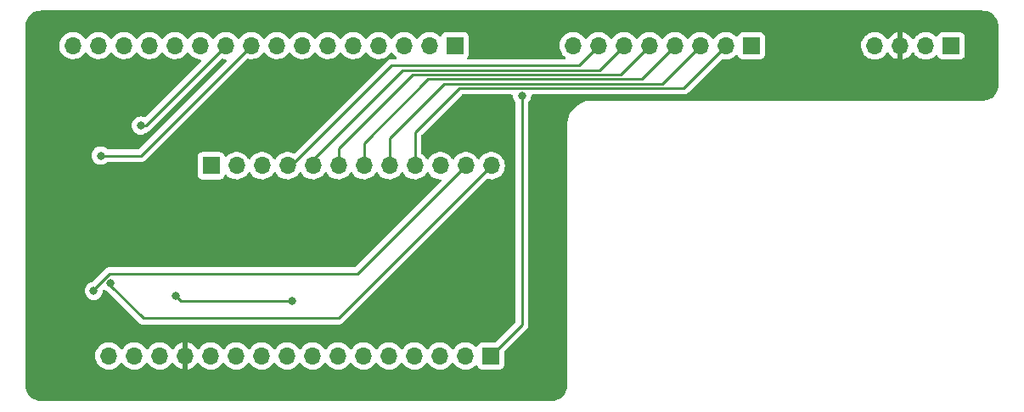
<source format=gbr>
%TF.GenerationSoftware,KiCad,Pcbnew,(6.0.1)*%
%TF.CreationDate,2023-01-23T14:34:39-05:00*%
%TF.ProjectId,blu_model_m,626c755f-6d6f-4646-956c-5f6d2e6b6963,rev?*%
%TF.SameCoordinates,PX2719c40PY3fe56c0*%
%TF.FileFunction,Copper,L2,Bot*%
%TF.FilePolarity,Positive*%
%FSLAX46Y46*%
G04 Gerber Fmt 4.6, Leading zero omitted, Abs format (unit mm)*
G04 Created by KiCad (PCBNEW (6.0.1)) date 2023-01-23 14:34:39*
%MOMM*%
%LPD*%
G01*
G04 APERTURE LIST*
%TA.AperFunction,ComponentPad*%
%ADD10R,1.700000X1.700000*%
%TD*%
%TA.AperFunction,ComponentPad*%
%ADD11O,1.700000X1.700000*%
%TD*%
%TA.AperFunction,ViaPad*%
%ADD12C,0.800000*%
%TD*%
%TA.AperFunction,Conductor*%
%ADD13C,0.250000*%
%TD*%
G04 APERTURE END LIST*
D10*
%TO.P,JP1,1,1*%
%TO.N,VBAT*%
X19000000Y-16000000D03*
D11*
%TO.P,JP1,2,2*%
%TO.N,/EN*%
X21540000Y-16000000D03*
%TO.P,JP1,3,3*%
%TO.N,VBUS*%
X24080000Y-16000000D03*
%TO.P,JP1,4,4*%
%TO.N,/IO13_A12*%
X26620000Y-16000000D03*
%TO.P,JP1,5,5*%
%TO.N,/IO12_A11*%
X29160000Y-16000000D03*
%TO.P,JP1,6,6*%
%TO.N,/IO27_A10*%
X31700000Y-16000000D03*
%TO.P,JP1,7,7*%
%TO.N,/IO33_A9*%
X34240000Y-16000000D03*
%TO.P,JP1,8,8*%
%TO.N,/IO15_A8*%
X36780000Y-16000000D03*
%TO.P,JP1,9,9*%
%TO.N,/IO32_A7*%
X39320000Y-16000000D03*
%TO.P,JP1,10,10*%
%TO.N,/IO14_A6*%
X41860000Y-16000000D03*
%TO.P,JP1,11,11*%
%TO.N,/SCL*%
X44400000Y-16000000D03*
%TO.P,JP1,12,12*%
%TO.N,/SDA*%
X46940000Y-16000000D03*
%TD*%
%TO.P,JP2,16,16*%
%TO.N,/RESET*%
X8800000Y-35000000D03*
%TO.P,JP2,15,15*%
%TO.N,3.3V*%
X11340000Y-35000000D03*
%TO.P,JP2,14,14*%
%TO.N,unconnected-(JP2-Pad14)*%
X13880000Y-35000000D03*
%TO.P,JP2,13,13*%
%TO.N,GND*%
X16420000Y-35000000D03*
%TO.P,JP2,12,12*%
%TO.N,/A0_DAC2*%
X18960000Y-35000000D03*
%TO.P,JP2,11,11*%
%TO.N,/A1_DAC1*%
X21500000Y-35000000D03*
%TO.P,JP2,10,10*%
%TO.N,/A2_I34*%
X24040000Y-35000000D03*
%TO.P,JP2,9,9*%
%TO.N,/A3_I39*%
X26580000Y-35000000D03*
%TO.P,JP2,8,8*%
%TO.N,/A4_IO36*%
X29120000Y-35000000D03*
%TO.P,JP2,7,7*%
%TO.N,/A5_IO4*%
X31660000Y-35000000D03*
%TO.P,JP2,6,6*%
%TO.N,/SCK*%
X34200000Y-35000000D03*
%TO.P,JP2,5,5*%
%TO.N,/MOSI*%
X36740000Y-35000000D03*
%TO.P,JP2,4,4*%
%TO.N,/MISO*%
X39280000Y-35000000D03*
%TO.P,JP2,3,3*%
%TO.N,/IO16*%
X41820000Y-35000000D03*
%TO.P,JP2,2,2*%
%TO.N,/IO17*%
X44360000Y-35000000D03*
D10*
%TO.P,JP2,1,1*%
%TO.N,/IO21*%
X46900000Y-35000000D03*
%TD*%
%TO.P,J3,1,Pin_1*%
%TO.N,/IO17*%
X92800000Y-4025000D03*
D11*
%TO.P,J3,2,Pin_2*%
%TO.N,/IO16*%
X90260000Y-4025000D03*
%TO.P,J3,3,Pin_3*%
%TO.N,GND*%
X87720000Y-4025000D03*
%TO.P,J3,4,Pin_4*%
%TO.N,/A5_IO4*%
X85180000Y-4025000D03*
%TD*%
D10*
%TO.P,J2,1,Pin_1*%
%TO.N,/IO14_A6*%
X72875000Y-4025000D03*
D11*
%TO.P,J2,2,Pin_2*%
%TO.N,/IO32_A7*%
X70335000Y-4025000D03*
%TO.P,J2,3,Pin_3*%
%TO.N,/IO15_A8*%
X67795000Y-4025000D03*
%TO.P,J2,4,Pin_4*%
%TO.N,/IO33_A9*%
X65255000Y-4025000D03*
%TO.P,J2,5,Pin_5*%
%TO.N,/IO27_A10*%
X62715000Y-4025000D03*
%TO.P,J2,6,Pin_6*%
%TO.N,/IO12_A11*%
X60175000Y-4025000D03*
%TO.P,J2,7,Pin_7*%
%TO.N,/IO13_A12*%
X57635000Y-4025000D03*
%TO.P,J2,8,Pin_8*%
%TO.N,/IO21*%
X55095000Y-4025000D03*
%TD*%
D10*
%TO.P,J1,1,Pin_1*%
%TO.N,/P00*%
X43320000Y-4000000D03*
D11*
%TO.P,J1,2,Pin_2*%
%TO.N,/P01*%
X40780000Y-4000000D03*
%TO.P,J1,3,Pin_3*%
%TO.N,/P02*%
X38240000Y-4000000D03*
%TO.P,J1,4,Pin_4*%
%TO.N,/P03*%
X35700000Y-4000000D03*
%TO.P,J1,5,Pin_5*%
%TO.N,/P04*%
X33160000Y-4000000D03*
%TO.P,J1,6,Pin_6*%
%TO.N,/P05*%
X30620000Y-4000000D03*
%TO.P,J1,7,Pin_7*%
%TO.N,/P06*%
X28080000Y-4000000D03*
%TO.P,J1,8,Pin_8*%
%TO.N,/P07*%
X25540000Y-4000000D03*
%TO.P,J1,9,Pin_9*%
%TO.N,/P10*%
X23000000Y-4000000D03*
%TO.P,J1,10,Pin_10*%
%TO.N,/P11*%
X20460000Y-4000000D03*
%TO.P,J1,11,Pin_11*%
%TO.N,/P12*%
X17920000Y-4000000D03*
%TO.P,J1,12,Pin_12*%
%TO.N,/P13*%
X15380000Y-4000000D03*
%TO.P,J1,13,Pin_13*%
%TO.N,/P14*%
X12840000Y-4000000D03*
%TO.P,J1,14,Pin_14*%
%TO.N,/P15*%
X10300000Y-4000000D03*
%TO.P,J1,15,Pin_15*%
%TO.N,/P16*%
X7760000Y-4000000D03*
%TO.P,J1,16,Pin_16*%
%TO.N,/P17*%
X5220000Y-4000000D03*
%TD*%
D12*
%TO.N,GND*%
X87500000Y-2000000D03*
X10500000Y-25500000D03*
X10500000Y-24000000D03*
X10500000Y-22500000D03*
%TO.N,/A4_IO36*%
X15500000Y-29000000D03*
X27075000Y-29500000D03*
%TO.N,GND*%
X3500000Y-27500000D03*
%TO.N,/SDA*%
X9000000Y-27700500D03*
%TO.N,/SCL*%
X7303763Y-28499500D03*
%TO.N,/IO21*%
X50000000Y-9000000D03*
%TO.N,/P10*%
X7987701Y-14987701D03*
%TO.N,/P11*%
X11987701Y-11987701D03*
%TD*%
D13*
%TO.N,/SDA*%
X9000000Y-27700500D02*
X9000000Y-28000000D01*
X31715489Y-31224511D02*
X46940000Y-16000000D01*
X9000000Y-28000000D02*
X12224511Y-31224511D01*
X12224511Y-31224511D02*
X31715489Y-31224511D01*
%TO.N,/SCL*%
X7303763Y-28372123D02*
X8900397Y-26775489D01*
X7303763Y-28499500D02*
X7303763Y-28372123D01*
X33624511Y-26775489D02*
X44400000Y-16000000D01*
X8900397Y-26775489D02*
X33624511Y-26775489D01*
%TO.N,/A4_IO36*%
X27075000Y-29500000D02*
X16000000Y-29500000D01*
X16000000Y-29500000D02*
X15500000Y-29000000D01*
%TO.N,/P10*%
X12012299Y-14987701D02*
X23000000Y-4000000D01*
X7987701Y-14987701D02*
X12012299Y-14987701D01*
%TO.N,/IO21*%
X50000000Y-31900000D02*
X46900000Y-35000000D01*
X50000000Y-9000000D02*
X50000000Y-31900000D01*
%TO.N,/IO33_A9*%
X61931440Y-7348560D02*
X65255000Y-4025000D01*
X34240000Y-13760000D02*
X40651440Y-7348560D01*
X40651440Y-7348560D02*
X61931440Y-7348560D01*
X34240000Y-16000000D02*
X34240000Y-13760000D01*
%TO.N,/IO15_A8*%
X64021920Y-7798080D02*
X67795000Y-4025000D01*
X42201920Y-7798080D02*
X64021920Y-7798080D01*
X36780000Y-13220000D02*
X42201920Y-7798080D01*
X36780000Y-16000000D02*
X36780000Y-13220000D01*
%TO.N,/IO32_A7*%
X39320000Y-12680000D02*
X43752400Y-8247600D01*
X43752400Y-8247600D02*
X47000000Y-8247600D01*
X39320000Y-16000000D02*
X39320000Y-12680000D01*
%TO.N,/IO12_A11*%
X38050480Y-6449520D02*
X57750480Y-6449520D01*
X29160000Y-15340000D02*
X38050480Y-6449520D01*
X57750480Y-6449520D02*
X60175000Y-4025000D01*
X29160000Y-16000000D02*
X29160000Y-15340000D01*
%TO.N,/IO13_A12*%
X55660000Y-6000000D02*
X57635000Y-4025000D01*
X27000000Y-16000000D02*
X37000000Y-6000000D01*
X26620000Y-16000000D02*
X27000000Y-16000000D01*
X37000000Y-6000000D02*
X55660000Y-6000000D01*
%TO.N,/IO27_A10*%
X59840960Y-6899040D02*
X62715000Y-4025000D01*
X31700000Y-14300000D02*
X39100960Y-6899040D01*
X31700000Y-16000000D02*
X31700000Y-14300000D01*
X39100960Y-6899040D02*
X59840960Y-6899040D01*
%TO.N,/IO32_A7*%
X66112400Y-8247600D02*
X70335000Y-4025000D01*
X46182400Y-8247600D02*
X66112400Y-8247600D01*
%TO.N,/P11*%
X12472299Y-11987701D02*
X20460000Y-4000000D01*
X11987701Y-11987701D02*
X12472299Y-11987701D01*
%TD*%
%TA.AperFunction,Conductor*%
%TO.N,GND*%
G36*
X95970056Y-509500D02*
G01*
X95972284Y-509847D01*
X95984859Y-511805D01*
X95984861Y-511805D01*
X95993730Y-513186D01*
X96002632Y-512022D01*
X96002634Y-512022D01*
X96008959Y-511195D01*
X96034282Y-510452D01*
X96198126Y-522170D01*
X96203343Y-522543D01*
X96221137Y-525101D01*
X96411540Y-566521D01*
X96428788Y-571586D01*
X96611363Y-639684D01*
X96627710Y-647149D01*
X96798735Y-740536D01*
X96813847Y-750248D01*
X96969841Y-867024D01*
X96983427Y-878797D01*
X97121203Y-1016573D01*
X97132976Y-1030159D01*
X97249752Y-1186153D01*
X97259464Y-1201265D01*
X97352849Y-1372285D01*
X97360316Y-1388637D01*
X97428414Y-1571212D01*
X97433480Y-1588462D01*
X97474899Y-1778863D01*
X97477457Y-1796658D01*
X97489041Y-1958629D01*
X97488297Y-1976533D01*
X97488195Y-1984858D01*
X97486814Y-1993730D01*
X97487978Y-2002632D01*
X97487978Y-2002635D01*
X97490936Y-2025251D01*
X97492000Y-2041589D01*
X97492000Y-7950672D01*
X97490500Y-7970056D01*
X97486814Y-7993730D01*
X97487978Y-8002632D01*
X97487978Y-8002634D01*
X97488805Y-8008959D01*
X97489548Y-8034287D01*
X97477457Y-8203343D01*
X97474899Y-8221137D01*
X97433480Y-8411538D01*
X97428414Y-8428788D01*
X97360316Y-8611363D01*
X97352851Y-8627710D01*
X97259464Y-8798735D01*
X97249753Y-8813846D01*
X97233296Y-8835829D01*
X97132976Y-8969841D01*
X97121203Y-8983427D01*
X96983427Y-9121203D01*
X96969841Y-9132976D01*
X96813847Y-9249752D01*
X96798735Y-9259464D01*
X96627710Y-9352851D01*
X96611363Y-9360316D01*
X96428788Y-9428414D01*
X96411540Y-9433479D01*
X96248022Y-9469051D01*
X96221137Y-9474899D01*
X96203342Y-9477457D01*
X96154443Y-9480954D01*
X96041369Y-9489041D01*
X96023467Y-9488297D01*
X96015142Y-9488195D01*
X96006270Y-9486814D01*
X95997368Y-9487978D01*
X95997365Y-9487978D01*
X95974749Y-9490936D01*
X95958411Y-9492000D01*
X57053207Y-9492000D01*
X57032303Y-9490254D01*
X57029137Y-9489721D01*
X57012539Y-9486929D01*
X57006349Y-9486853D01*
X57004864Y-9486835D01*
X57004859Y-9486835D01*
X57000000Y-9486776D01*
X56995190Y-9487465D01*
X56992699Y-9487627D01*
X56987110Y-9488196D01*
X56941809Y-9490936D01*
X56700938Y-9505506D01*
X56700933Y-9505507D01*
X56697141Y-9505736D01*
X56398699Y-9560427D01*
X56109025Y-9650693D01*
X56105555Y-9652255D01*
X56105549Y-9652257D01*
X55993861Y-9702524D01*
X55832344Y-9775217D01*
X55829087Y-9777186D01*
X55829083Y-9777188D01*
X55657861Y-9880696D01*
X55572690Y-9932184D01*
X55333849Y-10119304D01*
X55119304Y-10333849D01*
X55036475Y-10439573D01*
X54978893Y-10513071D01*
X54932184Y-10572690D01*
X54775217Y-10832344D01*
X54712955Y-10970684D01*
X54664116Y-11079201D01*
X54650693Y-11109025D01*
X54560427Y-11398699D01*
X54505736Y-11697141D01*
X54505507Y-11700933D01*
X54505506Y-11700938D01*
X54488777Y-11977506D01*
X54488223Y-11982639D01*
X54488216Y-11983271D01*
X54488381Y-11983670D01*
X54486814Y-11993730D01*
X54487485Y-11998861D01*
X54487416Y-12000000D01*
X54487634Y-12000000D01*
X54488623Y-12007562D01*
X54490936Y-12025250D01*
X54492000Y-12041588D01*
X54492000Y-37950672D01*
X54490500Y-37970056D01*
X54486814Y-37993730D01*
X54487978Y-38002632D01*
X54487978Y-38002634D01*
X54488805Y-38008959D01*
X54489548Y-38034287D01*
X54477457Y-38203343D01*
X54474899Y-38221137D01*
X54433480Y-38411538D01*
X54428414Y-38428788D01*
X54360316Y-38611363D01*
X54352851Y-38627710D01*
X54259464Y-38798735D01*
X54249752Y-38813847D01*
X54132976Y-38969841D01*
X54121203Y-38983427D01*
X53983427Y-39121203D01*
X53969841Y-39132976D01*
X53813847Y-39249752D01*
X53798735Y-39259464D01*
X53627710Y-39352851D01*
X53611363Y-39360316D01*
X53428788Y-39428414D01*
X53411540Y-39433479D01*
X53248022Y-39469051D01*
X53221137Y-39474899D01*
X53203342Y-39477457D01*
X53154443Y-39480954D01*
X53041369Y-39489041D01*
X53023467Y-39488297D01*
X53015142Y-39488195D01*
X53006270Y-39486814D01*
X52997368Y-39487978D01*
X52997365Y-39487978D01*
X52974749Y-39490936D01*
X52958411Y-39492000D01*
X2049328Y-39492000D01*
X2029943Y-39490500D01*
X2029661Y-39490456D01*
X2027117Y-39490060D01*
X2015141Y-39488195D01*
X2015139Y-39488195D01*
X2006270Y-39486814D01*
X1997368Y-39487978D01*
X1997366Y-39487978D01*
X1991041Y-39488805D01*
X1965718Y-39489548D01*
X1796657Y-39477457D01*
X1778863Y-39474899D01*
X1751978Y-39469051D01*
X1588460Y-39433479D01*
X1571212Y-39428414D01*
X1388637Y-39360316D01*
X1372290Y-39352851D01*
X1201265Y-39259464D01*
X1186153Y-39249752D01*
X1030159Y-39132976D01*
X1016573Y-39121203D01*
X878797Y-38983427D01*
X867024Y-38969841D01*
X750248Y-38813847D01*
X740536Y-38798735D01*
X647149Y-38627710D01*
X639684Y-38611363D01*
X571586Y-38428788D01*
X566520Y-38411538D01*
X525101Y-38221137D01*
X522543Y-38203342D01*
X510959Y-38041371D01*
X511703Y-38023467D01*
X511805Y-38015142D01*
X513186Y-38006270D01*
X511547Y-37993730D01*
X509064Y-37974749D01*
X508000Y-37958411D01*
X508000Y-34966695D01*
X7437251Y-34966695D01*
X7450110Y-35189715D01*
X7451247Y-35194761D01*
X7451248Y-35194767D01*
X7472275Y-35288069D01*
X7499222Y-35407639D01*
X7583266Y-35614616D01*
X7620685Y-35675678D01*
X7697291Y-35800688D01*
X7699987Y-35805088D01*
X7846250Y-35973938D01*
X8018126Y-36116632D01*
X8211000Y-36229338D01*
X8419692Y-36309030D01*
X8424760Y-36310061D01*
X8424763Y-36310062D01*
X8519862Y-36329410D01*
X8638597Y-36353567D01*
X8643772Y-36353757D01*
X8643774Y-36353757D01*
X8856673Y-36361564D01*
X8856677Y-36361564D01*
X8861837Y-36361753D01*
X8866957Y-36361097D01*
X8866959Y-36361097D01*
X9078288Y-36334025D01*
X9078289Y-36334025D01*
X9083416Y-36333368D01*
X9088366Y-36331883D01*
X9292429Y-36270661D01*
X9292434Y-36270659D01*
X9297384Y-36269174D01*
X9497994Y-36170896D01*
X9679860Y-36041173D01*
X9838096Y-35883489D01*
X9897594Y-35800689D01*
X9968453Y-35702077D01*
X9969776Y-35703028D01*
X10016645Y-35659857D01*
X10086580Y-35647625D01*
X10152026Y-35675144D01*
X10179875Y-35706994D01*
X10239987Y-35805088D01*
X10386250Y-35973938D01*
X10558126Y-36116632D01*
X10751000Y-36229338D01*
X10959692Y-36309030D01*
X10964760Y-36310061D01*
X10964763Y-36310062D01*
X11059862Y-36329410D01*
X11178597Y-36353567D01*
X11183772Y-36353757D01*
X11183774Y-36353757D01*
X11396673Y-36361564D01*
X11396677Y-36361564D01*
X11401837Y-36361753D01*
X11406957Y-36361097D01*
X11406959Y-36361097D01*
X11618288Y-36334025D01*
X11618289Y-36334025D01*
X11623416Y-36333368D01*
X11628366Y-36331883D01*
X11832429Y-36270661D01*
X11832434Y-36270659D01*
X11837384Y-36269174D01*
X12037994Y-36170896D01*
X12219860Y-36041173D01*
X12378096Y-35883489D01*
X12437594Y-35800689D01*
X12508453Y-35702077D01*
X12509776Y-35703028D01*
X12556645Y-35659857D01*
X12626580Y-35647625D01*
X12692026Y-35675144D01*
X12719875Y-35706994D01*
X12779987Y-35805088D01*
X12926250Y-35973938D01*
X13098126Y-36116632D01*
X13291000Y-36229338D01*
X13499692Y-36309030D01*
X13504760Y-36310061D01*
X13504763Y-36310062D01*
X13599862Y-36329410D01*
X13718597Y-36353567D01*
X13723772Y-36353757D01*
X13723774Y-36353757D01*
X13936673Y-36361564D01*
X13936677Y-36361564D01*
X13941837Y-36361753D01*
X13946957Y-36361097D01*
X13946959Y-36361097D01*
X14158288Y-36334025D01*
X14158289Y-36334025D01*
X14163416Y-36333368D01*
X14168366Y-36331883D01*
X14372429Y-36270661D01*
X14372434Y-36270659D01*
X14377384Y-36269174D01*
X14577994Y-36170896D01*
X14759860Y-36041173D01*
X14918096Y-35883489D01*
X14977594Y-35800689D01*
X15048453Y-35702077D01*
X15049640Y-35702930D01*
X15096960Y-35659362D01*
X15166897Y-35647145D01*
X15232338Y-35674678D01*
X15260166Y-35706511D01*
X15317694Y-35800388D01*
X15323777Y-35808699D01*
X15463213Y-35969667D01*
X15470580Y-35976883D01*
X15634434Y-36112916D01*
X15642881Y-36118831D01*
X15826756Y-36226279D01*
X15836042Y-36230729D01*
X16035001Y-36306703D01*
X16044899Y-36309579D01*
X16148250Y-36330606D01*
X16162299Y-36329410D01*
X16166000Y-36319065D01*
X16166000Y-33683102D01*
X16162082Y-33669758D01*
X16147806Y-33667771D01*
X16109324Y-33673660D01*
X16099288Y-33676051D01*
X15896868Y-33742212D01*
X15887359Y-33746209D01*
X15698463Y-33844542D01*
X15689738Y-33850036D01*
X15519433Y-33977905D01*
X15511726Y-33984748D01*
X15364590Y-34138717D01*
X15358109Y-34146722D01*
X15253498Y-34300074D01*
X15198587Y-34345076D01*
X15128062Y-34353247D01*
X15064315Y-34321993D01*
X15043618Y-34297509D01*
X14962822Y-34172617D01*
X14962820Y-34172614D01*
X14960014Y-34168277D01*
X14809670Y-34003051D01*
X14805619Y-33999852D01*
X14805615Y-33999848D01*
X14638414Y-33867800D01*
X14638410Y-33867798D01*
X14634359Y-33864598D01*
X14598028Y-33844542D01*
X14582136Y-33835769D01*
X14438789Y-33756638D01*
X14433920Y-33754914D01*
X14433916Y-33754912D01*
X14233087Y-33683795D01*
X14233083Y-33683794D01*
X14228212Y-33682069D01*
X14223119Y-33681162D01*
X14223116Y-33681161D01*
X14013373Y-33643800D01*
X14013367Y-33643799D01*
X14008284Y-33642894D01*
X13934452Y-33641992D01*
X13790081Y-33640228D01*
X13790079Y-33640228D01*
X13784911Y-33640165D01*
X13564091Y-33673955D01*
X13351756Y-33743357D01*
X13153607Y-33846507D01*
X13149474Y-33849610D01*
X13149471Y-33849612D01*
X12979100Y-33977530D01*
X12974965Y-33980635D01*
X12949541Y-34007240D01*
X12881280Y-34078671D01*
X12820629Y-34142138D01*
X12713201Y-34299621D01*
X12658293Y-34344621D01*
X12587768Y-34352792D01*
X12524021Y-34321538D01*
X12503324Y-34297054D01*
X12422822Y-34172617D01*
X12422820Y-34172614D01*
X12420014Y-34168277D01*
X12269670Y-34003051D01*
X12265619Y-33999852D01*
X12265615Y-33999848D01*
X12098414Y-33867800D01*
X12098410Y-33867798D01*
X12094359Y-33864598D01*
X12058028Y-33844542D01*
X12042136Y-33835769D01*
X11898789Y-33756638D01*
X11893920Y-33754914D01*
X11893916Y-33754912D01*
X11693087Y-33683795D01*
X11693083Y-33683794D01*
X11688212Y-33682069D01*
X11683119Y-33681162D01*
X11683116Y-33681161D01*
X11473373Y-33643800D01*
X11473367Y-33643799D01*
X11468284Y-33642894D01*
X11394452Y-33641992D01*
X11250081Y-33640228D01*
X11250079Y-33640228D01*
X11244911Y-33640165D01*
X11024091Y-33673955D01*
X10811756Y-33743357D01*
X10613607Y-33846507D01*
X10609474Y-33849610D01*
X10609471Y-33849612D01*
X10439100Y-33977530D01*
X10434965Y-33980635D01*
X10409541Y-34007240D01*
X10341280Y-34078671D01*
X10280629Y-34142138D01*
X10173201Y-34299621D01*
X10118293Y-34344621D01*
X10047768Y-34352792D01*
X9984021Y-34321538D01*
X9963324Y-34297054D01*
X9882822Y-34172617D01*
X9882820Y-34172614D01*
X9880014Y-34168277D01*
X9729670Y-34003051D01*
X9725619Y-33999852D01*
X9725615Y-33999848D01*
X9558414Y-33867800D01*
X9558410Y-33867798D01*
X9554359Y-33864598D01*
X9518028Y-33844542D01*
X9502136Y-33835769D01*
X9358789Y-33756638D01*
X9353920Y-33754914D01*
X9353916Y-33754912D01*
X9153087Y-33683795D01*
X9153083Y-33683794D01*
X9148212Y-33682069D01*
X9143119Y-33681162D01*
X9143116Y-33681161D01*
X8933373Y-33643800D01*
X8933367Y-33643799D01*
X8928284Y-33642894D01*
X8854452Y-33641992D01*
X8710081Y-33640228D01*
X8710079Y-33640228D01*
X8704911Y-33640165D01*
X8484091Y-33673955D01*
X8271756Y-33743357D01*
X8073607Y-33846507D01*
X8069474Y-33849610D01*
X8069471Y-33849612D01*
X7899100Y-33977530D01*
X7894965Y-33980635D01*
X7869541Y-34007240D01*
X7801280Y-34078671D01*
X7740629Y-34142138D01*
X7614743Y-34326680D01*
X7520688Y-34529305D01*
X7460989Y-34744570D01*
X7437251Y-34966695D01*
X508000Y-34966695D01*
X508000Y-3966695D01*
X3857251Y-3966695D01*
X3857548Y-3971848D01*
X3857548Y-3971851D01*
X3860613Y-4025000D01*
X3870110Y-4189715D01*
X3871247Y-4194761D01*
X3871248Y-4194767D01*
X3895304Y-4301508D01*
X3919222Y-4407639D01*
X4003266Y-4614616D01*
X4040685Y-4675678D01*
X4117291Y-4800688D01*
X4119987Y-4805088D01*
X4266250Y-4973938D01*
X4438126Y-5116632D01*
X4631000Y-5229338D01*
X4839692Y-5309030D01*
X4844760Y-5310061D01*
X4844763Y-5310062D01*
X4936702Y-5328767D01*
X5058597Y-5353567D01*
X5063772Y-5353757D01*
X5063774Y-5353757D01*
X5276673Y-5361564D01*
X5276677Y-5361564D01*
X5281837Y-5361753D01*
X5286957Y-5361097D01*
X5286959Y-5361097D01*
X5498288Y-5334025D01*
X5498289Y-5334025D01*
X5503416Y-5333368D01*
X5542434Y-5321662D01*
X5712429Y-5270661D01*
X5712434Y-5270659D01*
X5717384Y-5269174D01*
X5917994Y-5170896D01*
X6099860Y-5041173D01*
X6137825Y-5003341D01*
X6194124Y-4947238D01*
X6258096Y-4883489D01*
X6293665Y-4833990D01*
X6388453Y-4702077D01*
X6389776Y-4703028D01*
X6436645Y-4659857D01*
X6506580Y-4647625D01*
X6572026Y-4675144D01*
X6599875Y-4706994D01*
X6659987Y-4805088D01*
X6806250Y-4973938D01*
X6978126Y-5116632D01*
X7171000Y-5229338D01*
X7379692Y-5309030D01*
X7384760Y-5310061D01*
X7384763Y-5310062D01*
X7476702Y-5328767D01*
X7598597Y-5353567D01*
X7603772Y-5353757D01*
X7603774Y-5353757D01*
X7816673Y-5361564D01*
X7816677Y-5361564D01*
X7821837Y-5361753D01*
X7826957Y-5361097D01*
X7826959Y-5361097D01*
X8038288Y-5334025D01*
X8038289Y-5334025D01*
X8043416Y-5333368D01*
X8082434Y-5321662D01*
X8252429Y-5270661D01*
X8252434Y-5270659D01*
X8257384Y-5269174D01*
X8457994Y-5170896D01*
X8639860Y-5041173D01*
X8677825Y-5003341D01*
X8734124Y-4947238D01*
X8798096Y-4883489D01*
X8833665Y-4833990D01*
X8928453Y-4702077D01*
X8929776Y-4703028D01*
X8976645Y-4659857D01*
X9046580Y-4647625D01*
X9112026Y-4675144D01*
X9139875Y-4706994D01*
X9199987Y-4805088D01*
X9346250Y-4973938D01*
X9518126Y-5116632D01*
X9711000Y-5229338D01*
X9919692Y-5309030D01*
X9924760Y-5310061D01*
X9924763Y-5310062D01*
X10016702Y-5328767D01*
X10138597Y-5353567D01*
X10143772Y-5353757D01*
X10143774Y-5353757D01*
X10356673Y-5361564D01*
X10356677Y-5361564D01*
X10361837Y-5361753D01*
X10366957Y-5361097D01*
X10366959Y-5361097D01*
X10578288Y-5334025D01*
X10578289Y-5334025D01*
X10583416Y-5333368D01*
X10622434Y-5321662D01*
X10792429Y-5270661D01*
X10792434Y-5270659D01*
X10797384Y-5269174D01*
X10997994Y-5170896D01*
X11179860Y-5041173D01*
X11217825Y-5003341D01*
X11274124Y-4947238D01*
X11338096Y-4883489D01*
X11373665Y-4833990D01*
X11468453Y-4702077D01*
X11469776Y-4703028D01*
X11516645Y-4659857D01*
X11586580Y-4647625D01*
X11652026Y-4675144D01*
X11679875Y-4706994D01*
X11739987Y-4805088D01*
X11886250Y-4973938D01*
X12058126Y-5116632D01*
X12251000Y-5229338D01*
X12459692Y-5309030D01*
X12464760Y-5310061D01*
X12464763Y-5310062D01*
X12556702Y-5328767D01*
X12678597Y-5353567D01*
X12683772Y-5353757D01*
X12683774Y-5353757D01*
X12896673Y-5361564D01*
X12896677Y-5361564D01*
X12901837Y-5361753D01*
X12906957Y-5361097D01*
X12906959Y-5361097D01*
X13118288Y-5334025D01*
X13118289Y-5334025D01*
X13123416Y-5333368D01*
X13162434Y-5321662D01*
X13332429Y-5270661D01*
X13332434Y-5270659D01*
X13337384Y-5269174D01*
X13537994Y-5170896D01*
X13719860Y-5041173D01*
X13757825Y-5003341D01*
X13814124Y-4947238D01*
X13878096Y-4883489D01*
X13913665Y-4833990D01*
X14008453Y-4702077D01*
X14009776Y-4703028D01*
X14056645Y-4659857D01*
X14126580Y-4647625D01*
X14192026Y-4675144D01*
X14219875Y-4706994D01*
X14279987Y-4805088D01*
X14426250Y-4973938D01*
X14598126Y-5116632D01*
X14791000Y-5229338D01*
X14999692Y-5309030D01*
X15004760Y-5310061D01*
X15004763Y-5310062D01*
X15096702Y-5328767D01*
X15218597Y-5353567D01*
X15223772Y-5353757D01*
X15223774Y-5353757D01*
X15436673Y-5361564D01*
X15436677Y-5361564D01*
X15441837Y-5361753D01*
X15446957Y-5361097D01*
X15446959Y-5361097D01*
X15658288Y-5334025D01*
X15658289Y-5334025D01*
X15663416Y-5333368D01*
X15702434Y-5321662D01*
X15872429Y-5270661D01*
X15872434Y-5270659D01*
X15877384Y-5269174D01*
X16077994Y-5170896D01*
X16259860Y-5041173D01*
X16297825Y-5003341D01*
X16354124Y-4947238D01*
X16418096Y-4883489D01*
X16453665Y-4833990D01*
X16548453Y-4702077D01*
X16549776Y-4703028D01*
X16596645Y-4659857D01*
X16666580Y-4647625D01*
X16732026Y-4675144D01*
X16759875Y-4706994D01*
X16819987Y-4805088D01*
X16966250Y-4973938D01*
X17138126Y-5116632D01*
X17331000Y-5229338D01*
X17539692Y-5309030D01*
X17544760Y-5310061D01*
X17544763Y-5310062D01*
X17636702Y-5328767D01*
X17758597Y-5353567D01*
X17763771Y-5353757D01*
X17763773Y-5353757D01*
X17825898Y-5356035D01*
X17905650Y-5358959D01*
X17972991Y-5381443D01*
X18017487Y-5436767D01*
X18025009Y-5507364D01*
X17990127Y-5573969D01*
X15152557Y-8411538D01*
X12452449Y-11111646D01*
X12390137Y-11145672D01*
X12319322Y-11140607D01*
X12312106Y-11137658D01*
X12276024Y-11121593D01*
X12276016Y-11121590D01*
X12269989Y-11118907D01*
X12176588Y-11099054D01*
X12089645Y-11080573D01*
X12089640Y-11080573D01*
X12083188Y-11079201D01*
X11892214Y-11079201D01*
X11885762Y-11080573D01*
X11885757Y-11080573D01*
X11798814Y-11099054D01*
X11705413Y-11118907D01*
X11699383Y-11121592D01*
X11699382Y-11121592D01*
X11536979Y-11193898D01*
X11536977Y-11193899D01*
X11530949Y-11196583D01*
X11376448Y-11308835D01*
X11248661Y-11450757D01*
X11245360Y-11456475D01*
X11174242Y-11579655D01*
X11153174Y-11616145D01*
X11094159Y-11797773D01*
X11074197Y-11987701D01*
X11074887Y-11994266D01*
X11078144Y-12025250D01*
X11094159Y-12177629D01*
X11153174Y-12359257D01*
X11248661Y-12524645D01*
X11253079Y-12529552D01*
X11253080Y-12529553D01*
X11343651Y-12630142D01*
X11376448Y-12666567D01*
X11530949Y-12778819D01*
X11536977Y-12781503D01*
X11536979Y-12781504D01*
X11699382Y-12853810D01*
X11705413Y-12856495D01*
X11774204Y-12871117D01*
X11885757Y-12894829D01*
X11885762Y-12894829D01*
X11892214Y-12896201D01*
X12083188Y-12896201D01*
X12089640Y-12894829D01*
X12089645Y-12894829D01*
X12201198Y-12871117D01*
X12269989Y-12856495D01*
X12276020Y-12853810D01*
X12438423Y-12781504D01*
X12438425Y-12781503D01*
X12444453Y-12778819D01*
X12514399Y-12728000D01*
X12593610Y-12670450D01*
X12593612Y-12670448D01*
X12598954Y-12666567D01*
X12643185Y-12617443D01*
X12701670Y-12580756D01*
X12702966Y-12580380D01*
X12725892Y-12573719D01*
X12732711Y-12569686D01*
X12732716Y-12569684D01*
X12743327Y-12563408D01*
X12761075Y-12554713D01*
X12779916Y-12547253D01*
X12815686Y-12521265D01*
X12825606Y-12514749D01*
X12856834Y-12496281D01*
X12856837Y-12496279D01*
X12863661Y-12492243D01*
X12877982Y-12477922D01*
X12893016Y-12465081D01*
X12902993Y-12457832D01*
X12909406Y-12453173D01*
X12937597Y-12419096D01*
X12945587Y-12410317D01*
X20004550Y-5351355D01*
X20066862Y-5317329D01*
X20118762Y-5316979D01*
X20298597Y-5353567D01*
X20303771Y-5353757D01*
X20303773Y-5353757D01*
X20365898Y-5356035D01*
X20445650Y-5358959D01*
X20512991Y-5381443D01*
X20557487Y-5436767D01*
X20565009Y-5507364D01*
X20530127Y-5573969D01*
X16036279Y-10067816D01*
X11786799Y-14317296D01*
X11724487Y-14351322D01*
X11697704Y-14354201D01*
X8695901Y-14354201D01*
X8627780Y-14334199D01*
X8608554Y-14317858D01*
X8608281Y-14318161D01*
X8603369Y-14313738D01*
X8598954Y-14308835D01*
X8444453Y-14196583D01*
X8438425Y-14193899D01*
X8438423Y-14193898D01*
X8276020Y-14121592D01*
X8276019Y-14121592D01*
X8269989Y-14118907D01*
X8176589Y-14099054D01*
X8089645Y-14080573D01*
X8089640Y-14080573D01*
X8083188Y-14079201D01*
X7892214Y-14079201D01*
X7885762Y-14080573D01*
X7885757Y-14080573D01*
X7798813Y-14099054D01*
X7705413Y-14118907D01*
X7699383Y-14121592D01*
X7699382Y-14121592D01*
X7536979Y-14193898D01*
X7536977Y-14193899D01*
X7530949Y-14196583D01*
X7376448Y-14308835D01*
X7372027Y-14313745D01*
X7372026Y-14313746D01*
X7338193Y-14351322D01*
X7248661Y-14450757D01*
X7153174Y-14616145D01*
X7094159Y-14797773D01*
X7093469Y-14804334D01*
X7093469Y-14804336D01*
X7083068Y-14903295D01*
X7074197Y-14987701D01*
X7074887Y-14994266D01*
X7092775Y-15164457D01*
X7094159Y-15177629D01*
X7153174Y-15359257D01*
X7248661Y-15524645D01*
X7253079Y-15529552D01*
X7253080Y-15529553D01*
X7335153Y-15620704D01*
X7376448Y-15666567D01*
X7530949Y-15778819D01*
X7536977Y-15781503D01*
X7536979Y-15781504D01*
X7699382Y-15853810D01*
X7705413Y-15856495D01*
X7798814Y-15876348D01*
X7885757Y-15894829D01*
X7885762Y-15894829D01*
X7892214Y-15896201D01*
X8083188Y-15896201D01*
X8089640Y-15894829D01*
X8089645Y-15894829D01*
X8176588Y-15876348D01*
X8269989Y-15856495D01*
X8276020Y-15853810D01*
X8438423Y-15781504D01*
X8438425Y-15781503D01*
X8444453Y-15778819D01*
X8598954Y-15666567D01*
X8603369Y-15661664D01*
X8608281Y-15657241D01*
X8609406Y-15658490D01*
X8662715Y-15625650D01*
X8695901Y-15621201D01*
X11933532Y-15621201D01*
X11944715Y-15621728D01*
X11952208Y-15623403D01*
X11960134Y-15623154D01*
X11960135Y-15623154D01*
X12020285Y-15621263D01*
X12024244Y-15621201D01*
X12052155Y-15621201D01*
X12056090Y-15620704D01*
X12056155Y-15620696D01*
X12067992Y-15619763D01*
X12100250Y-15618749D01*
X12104269Y-15618623D01*
X12112188Y-15618374D01*
X12131642Y-15612722D01*
X12150999Y-15608714D01*
X12163229Y-15607169D01*
X12163230Y-15607169D01*
X12171096Y-15606175D01*
X12178467Y-15603256D01*
X12178469Y-15603256D01*
X12212211Y-15589897D01*
X12223441Y-15586052D01*
X12258282Y-15575930D01*
X12258283Y-15575930D01*
X12265892Y-15573719D01*
X12272711Y-15569686D01*
X12272716Y-15569684D01*
X12283327Y-15563408D01*
X12301075Y-15554713D01*
X12319916Y-15547253D01*
X12355686Y-15521265D01*
X12365606Y-15514749D01*
X12396834Y-15496281D01*
X12396837Y-15496279D01*
X12403661Y-15492243D01*
X12417982Y-15477922D01*
X12433016Y-15465081D01*
X12442993Y-15457832D01*
X12449406Y-15453173D01*
X12477597Y-15419096D01*
X12485587Y-15410317D01*
X22544550Y-5351355D01*
X22606862Y-5317329D01*
X22658762Y-5316979D01*
X22838597Y-5353567D01*
X22843772Y-5353757D01*
X22843774Y-5353757D01*
X23056673Y-5361564D01*
X23056677Y-5361564D01*
X23061837Y-5361753D01*
X23066957Y-5361097D01*
X23066959Y-5361097D01*
X23278288Y-5334025D01*
X23278289Y-5334025D01*
X23283416Y-5333368D01*
X23322434Y-5321662D01*
X23492429Y-5270661D01*
X23492434Y-5270659D01*
X23497384Y-5269174D01*
X23697994Y-5170896D01*
X23879860Y-5041173D01*
X23917825Y-5003341D01*
X23974124Y-4947238D01*
X24038096Y-4883489D01*
X24073665Y-4833990D01*
X24168453Y-4702077D01*
X24169776Y-4703028D01*
X24216645Y-4659857D01*
X24286580Y-4647625D01*
X24352026Y-4675144D01*
X24379875Y-4706994D01*
X24439987Y-4805088D01*
X24586250Y-4973938D01*
X24758126Y-5116632D01*
X24951000Y-5229338D01*
X25159692Y-5309030D01*
X25164760Y-5310061D01*
X25164763Y-5310062D01*
X25256702Y-5328767D01*
X25378597Y-5353567D01*
X25383772Y-5353757D01*
X25383774Y-5353757D01*
X25596673Y-5361564D01*
X25596677Y-5361564D01*
X25601837Y-5361753D01*
X25606957Y-5361097D01*
X25606959Y-5361097D01*
X25818288Y-5334025D01*
X25818289Y-5334025D01*
X25823416Y-5333368D01*
X25862434Y-5321662D01*
X26032429Y-5270661D01*
X26032434Y-5270659D01*
X26037384Y-5269174D01*
X26237994Y-5170896D01*
X26419860Y-5041173D01*
X26457825Y-5003341D01*
X26514124Y-4947238D01*
X26578096Y-4883489D01*
X26613665Y-4833990D01*
X26708453Y-4702077D01*
X26709776Y-4703028D01*
X26756645Y-4659857D01*
X26826580Y-4647625D01*
X26892026Y-4675144D01*
X26919875Y-4706994D01*
X26979987Y-4805088D01*
X27126250Y-4973938D01*
X27298126Y-5116632D01*
X27491000Y-5229338D01*
X27699692Y-5309030D01*
X27704760Y-5310061D01*
X27704763Y-5310062D01*
X27796702Y-5328767D01*
X27918597Y-5353567D01*
X27923772Y-5353757D01*
X27923774Y-5353757D01*
X28136673Y-5361564D01*
X28136677Y-5361564D01*
X28141837Y-5361753D01*
X28146957Y-5361097D01*
X28146959Y-5361097D01*
X28358288Y-5334025D01*
X28358289Y-5334025D01*
X28363416Y-5333368D01*
X28402434Y-5321662D01*
X28572429Y-5270661D01*
X28572434Y-5270659D01*
X28577384Y-5269174D01*
X28777994Y-5170896D01*
X28959860Y-5041173D01*
X28997825Y-5003341D01*
X29054124Y-4947238D01*
X29118096Y-4883489D01*
X29153665Y-4833990D01*
X29248453Y-4702077D01*
X29249776Y-4703028D01*
X29296645Y-4659857D01*
X29366580Y-4647625D01*
X29432026Y-4675144D01*
X29459875Y-4706994D01*
X29519987Y-4805088D01*
X29666250Y-4973938D01*
X29838126Y-5116632D01*
X30031000Y-5229338D01*
X30239692Y-5309030D01*
X30244760Y-5310061D01*
X30244763Y-5310062D01*
X30336702Y-5328767D01*
X30458597Y-5353567D01*
X30463772Y-5353757D01*
X30463774Y-5353757D01*
X30676673Y-5361564D01*
X30676677Y-5361564D01*
X30681837Y-5361753D01*
X30686957Y-5361097D01*
X30686959Y-5361097D01*
X30898288Y-5334025D01*
X30898289Y-5334025D01*
X30903416Y-5333368D01*
X30942434Y-5321662D01*
X31112429Y-5270661D01*
X31112434Y-5270659D01*
X31117384Y-5269174D01*
X31317994Y-5170896D01*
X31499860Y-5041173D01*
X31537825Y-5003341D01*
X31594124Y-4947238D01*
X31658096Y-4883489D01*
X31693665Y-4833990D01*
X31788453Y-4702077D01*
X31789776Y-4703028D01*
X31836645Y-4659857D01*
X31906580Y-4647625D01*
X31972026Y-4675144D01*
X31999875Y-4706994D01*
X32059987Y-4805088D01*
X32206250Y-4973938D01*
X32378126Y-5116632D01*
X32571000Y-5229338D01*
X32779692Y-5309030D01*
X32784760Y-5310061D01*
X32784763Y-5310062D01*
X32876702Y-5328767D01*
X32998597Y-5353567D01*
X33003772Y-5353757D01*
X33003774Y-5353757D01*
X33216673Y-5361564D01*
X33216677Y-5361564D01*
X33221837Y-5361753D01*
X33226957Y-5361097D01*
X33226959Y-5361097D01*
X33438288Y-5334025D01*
X33438289Y-5334025D01*
X33443416Y-5333368D01*
X33482434Y-5321662D01*
X33652429Y-5270661D01*
X33652434Y-5270659D01*
X33657384Y-5269174D01*
X33857994Y-5170896D01*
X34039860Y-5041173D01*
X34077825Y-5003341D01*
X34134124Y-4947238D01*
X34198096Y-4883489D01*
X34233665Y-4833990D01*
X34328453Y-4702077D01*
X34329776Y-4703028D01*
X34376645Y-4659857D01*
X34446580Y-4647625D01*
X34512026Y-4675144D01*
X34539875Y-4706994D01*
X34599987Y-4805088D01*
X34746250Y-4973938D01*
X34918126Y-5116632D01*
X35111000Y-5229338D01*
X35319692Y-5309030D01*
X35324760Y-5310061D01*
X35324763Y-5310062D01*
X35416702Y-5328767D01*
X35538597Y-5353567D01*
X35543772Y-5353757D01*
X35543774Y-5353757D01*
X35756673Y-5361564D01*
X35756677Y-5361564D01*
X35761837Y-5361753D01*
X35766957Y-5361097D01*
X35766959Y-5361097D01*
X35978288Y-5334025D01*
X35978289Y-5334025D01*
X35983416Y-5333368D01*
X36022434Y-5321662D01*
X36192429Y-5270661D01*
X36192434Y-5270659D01*
X36197384Y-5269174D01*
X36397994Y-5170896D01*
X36579860Y-5041173D01*
X36617825Y-5003341D01*
X36674124Y-4947238D01*
X36738096Y-4883489D01*
X36773665Y-4833990D01*
X36868453Y-4702077D01*
X36869776Y-4703028D01*
X36916645Y-4659857D01*
X36986580Y-4647625D01*
X37052026Y-4675144D01*
X37079875Y-4706994D01*
X37139987Y-4805088D01*
X37286250Y-4973938D01*
X37458126Y-5116632D01*
X37462594Y-5119243D01*
X37462597Y-5119245D01*
X37483933Y-5131713D01*
X37532656Y-5183351D01*
X37545727Y-5253134D01*
X37518995Y-5318906D01*
X37460948Y-5359784D01*
X37420362Y-5366500D01*
X37078768Y-5366500D01*
X37067585Y-5365973D01*
X37060092Y-5364298D01*
X37052166Y-5364547D01*
X37052165Y-5364547D01*
X36992002Y-5366438D01*
X36988044Y-5366500D01*
X36960144Y-5366500D01*
X36956154Y-5367004D01*
X36944320Y-5367936D01*
X36900111Y-5369326D01*
X36892495Y-5371539D01*
X36892493Y-5371539D01*
X36880652Y-5374979D01*
X36861293Y-5378988D01*
X36859983Y-5379154D01*
X36841203Y-5381526D01*
X36833837Y-5384442D01*
X36833831Y-5384444D01*
X36800098Y-5397800D01*
X36788868Y-5401645D01*
X36772353Y-5406443D01*
X36746407Y-5413981D01*
X36739584Y-5418016D01*
X36728966Y-5424295D01*
X36711213Y-5432992D01*
X36703568Y-5436019D01*
X36692383Y-5440448D01*
X36685968Y-5445109D01*
X36656612Y-5466437D01*
X36646695Y-5472951D01*
X36608638Y-5495458D01*
X36594317Y-5509779D01*
X36579284Y-5522619D01*
X36562893Y-5534528D01*
X36557842Y-5540634D01*
X36534702Y-5568605D01*
X36526712Y-5577384D01*
X27354481Y-14749614D01*
X27292169Y-14783640D01*
X27221354Y-14778575D01*
X27204494Y-14770828D01*
X27178789Y-14756638D01*
X27173920Y-14754914D01*
X27173916Y-14754912D01*
X26973087Y-14683795D01*
X26973083Y-14683794D01*
X26968212Y-14682069D01*
X26963119Y-14681162D01*
X26963116Y-14681161D01*
X26753373Y-14643800D01*
X26753367Y-14643799D01*
X26748284Y-14642894D01*
X26674452Y-14641992D01*
X26530081Y-14640228D01*
X26530079Y-14640228D01*
X26524911Y-14640165D01*
X26304091Y-14673955D01*
X26091756Y-14743357D01*
X26061443Y-14759137D01*
X25917975Y-14833822D01*
X25893607Y-14846507D01*
X25889474Y-14849610D01*
X25889471Y-14849612D01*
X25719100Y-14977530D01*
X25714965Y-14980635D01*
X25711393Y-14984373D01*
X25603729Y-15097037D01*
X25560629Y-15142138D01*
X25453201Y-15299621D01*
X25398293Y-15344621D01*
X25327768Y-15352792D01*
X25264021Y-15321538D01*
X25243324Y-15297054D01*
X25162822Y-15172617D01*
X25162820Y-15172614D01*
X25160014Y-15168277D01*
X25009670Y-15003051D01*
X25005619Y-14999852D01*
X25005615Y-14999848D01*
X24838414Y-14867800D01*
X24838410Y-14867798D01*
X24834359Y-14864598D01*
X24829831Y-14862098D01*
X24713988Y-14798150D01*
X24638789Y-14756638D01*
X24633920Y-14754914D01*
X24633916Y-14754912D01*
X24433087Y-14683795D01*
X24433083Y-14683794D01*
X24428212Y-14682069D01*
X24423119Y-14681162D01*
X24423116Y-14681161D01*
X24213373Y-14643800D01*
X24213367Y-14643799D01*
X24208284Y-14642894D01*
X24134452Y-14641992D01*
X23990081Y-14640228D01*
X23990079Y-14640228D01*
X23984911Y-14640165D01*
X23764091Y-14673955D01*
X23551756Y-14743357D01*
X23521443Y-14759137D01*
X23377975Y-14833822D01*
X23353607Y-14846507D01*
X23349474Y-14849610D01*
X23349471Y-14849612D01*
X23179100Y-14977530D01*
X23174965Y-14980635D01*
X23171393Y-14984373D01*
X23063729Y-15097037D01*
X23020629Y-15142138D01*
X22913201Y-15299621D01*
X22858293Y-15344621D01*
X22787768Y-15352792D01*
X22724021Y-15321538D01*
X22703324Y-15297054D01*
X22622822Y-15172617D01*
X22622820Y-15172614D01*
X22620014Y-15168277D01*
X22469670Y-15003051D01*
X22465619Y-14999852D01*
X22465615Y-14999848D01*
X22298414Y-14867800D01*
X22298410Y-14867798D01*
X22294359Y-14864598D01*
X22289831Y-14862098D01*
X22173988Y-14798150D01*
X22098789Y-14756638D01*
X22093920Y-14754914D01*
X22093916Y-14754912D01*
X21893087Y-14683795D01*
X21893083Y-14683794D01*
X21888212Y-14682069D01*
X21883119Y-14681162D01*
X21883116Y-14681161D01*
X21673373Y-14643800D01*
X21673367Y-14643799D01*
X21668284Y-14642894D01*
X21594452Y-14641992D01*
X21450081Y-14640228D01*
X21450079Y-14640228D01*
X21444911Y-14640165D01*
X21224091Y-14673955D01*
X21011756Y-14743357D01*
X20981443Y-14759137D01*
X20837975Y-14833822D01*
X20813607Y-14846507D01*
X20809474Y-14849610D01*
X20809471Y-14849612D01*
X20639100Y-14977530D01*
X20634965Y-14980635D01*
X20578537Y-15039684D01*
X20554283Y-15065064D01*
X20492759Y-15100494D01*
X20421846Y-15097037D01*
X20364060Y-15055791D01*
X20345207Y-15022243D01*
X20303767Y-14911703D01*
X20300615Y-14903295D01*
X20213261Y-14786739D01*
X20096705Y-14699385D01*
X19960316Y-14648255D01*
X19898134Y-14641500D01*
X18101866Y-14641500D01*
X18039684Y-14648255D01*
X17903295Y-14699385D01*
X17786739Y-14786739D01*
X17699385Y-14903295D01*
X17648255Y-15039684D01*
X17641500Y-15101866D01*
X17641500Y-16898134D01*
X17648255Y-16960316D01*
X17699385Y-17096705D01*
X17786739Y-17213261D01*
X17903295Y-17300615D01*
X18039684Y-17351745D01*
X18101866Y-17358500D01*
X19898134Y-17358500D01*
X19960316Y-17351745D01*
X20096705Y-17300615D01*
X20213261Y-17213261D01*
X20300615Y-17096705D01*
X20322799Y-17037529D01*
X20344598Y-16979382D01*
X20387240Y-16922618D01*
X20453802Y-16897918D01*
X20523150Y-16913126D01*
X20557817Y-16941114D01*
X20586250Y-16973938D01*
X20758126Y-17116632D01*
X20951000Y-17229338D01*
X21159692Y-17309030D01*
X21164760Y-17310061D01*
X21164763Y-17310062D01*
X21272017Y-17331883D01*
X21378597Y-17353567D01*
X21383772Y-17353757D01*
X21383774Y-17353757D01*
X21596673Y-17361564D01*
X21596677Y-17361564D01*
X21601837Y-17361753D01*
X21606957Y-17361097D01*
X21606959Y-17361097D01*
X21818288Y-17334025D01*
X21818289Y-17334025D01*
X21823416Y-17333368D01*
X21862434Y-17321662D01*
X22032429Y-17270661D01*
X22032434Y-17270659D01*
X22037384Y-17269174D01*
X22237994Y-17170896D01*
X22419860Y-17041173D01*
X22578096Y-16883489D01*
X22708453Y-16702077D01*
X22709776Y-16703028D01*
X22756645Y-16659857D01*
X22826580Y-16647625D01*
X22892026Y-16675144D01*
X22919875Y-16706994D01*
X22979987Y-16805088D01*
X23126250Y-16973938D01*
X23298126Y-17116632D01*
X23491000Y-17229338D01*
X23699692Y-17309030D01*
X23704760Y-17310061D01*
X23704763Y-17310062D01*
X23812017Y-17331883D01*
X23918597Y-17353567D01*
X23923772Y-17353757D01*
X23923774Y-17353757D01*
X24136673Y-17361564D01*
X24136677Y-17361564D01*
X24141837Y-17361753D01*
X24146957Y-17361097D01*
X24146959Y-17361097D01*
X24358288Y-17334025D01*
X24358289Y-17334025D01*
X24363416Y-17333368D01*
X24402434Y-17321662D01*
X24572429Y-17270661D01*
X24572434Y-17270659D01*
X24577384Y-17269174D01*
X24777994Y-17170896D01*
X24959860Y-17041173D01*
X25118096Y-16883489D01*
X25248453Y-16702077D01*
X25249776Y-16703028D01*
X25296645Y-16659857D01*
X25366580Y-16647625D01*
X25432026Y-16675144D01*
X25459875Y-16706994D01*
X25519987Y-16805088D01*
X25666250Y-16973938D01*
X25838126Y-17116632D01*
X26031000Y-17229338D01*
X26239692Y-17309030D01*
X26244760Y-17310061D01*
X26244763Y-17310062D01*
X26352017Y-17331883D01*
X26458597Y-17353567D01*
X26463772Y-17353757D01*
X26463774Y-17353757D01*
X26676673Y-17361564D01*
X26676677Y-17361564D01*
X26681837Y-17361753D01*
X26686957Y-17361097D01*
X26686959Y-17361097D01*
X26898288Y-17334025D01*
X26898289Y-17334025D01*
X26903416Y-17333368D01*
X26942434Y-17321662D01*
X27112429Y-17270661D01*
X27112434Y-17270659D01*
X27117384Y-17269174D01*
X27317994Y-17170896D01*
X27499860Y-17041173D01*
X27658096Y-16883489D01*
X27788453Y-16702077D01*
X27789776Y-16703028D01*
X27836645Y-16659857D01*
X27906580Y-16647625D01*
X27972026Y-16675144D01*
X27999875Y-16706994D01*
X28059987Y-16805088D01*
X28206250Y-16973938D01*
X28378126Y-17116632D01*
X28571000Y-17229338D01*
X28779692Y-17309030D01*
X28784760Y-17310061D01*
X28784763Y-17310062D01*
X28892017Y-17331883D01*
X28998597Y-17353567D01*
X29003772Y-17353757D01*
X29003774Y-17353757D01*
X29216673Y-17361564D01*
X29216677Y-17361564D01*
X29221837Y-17361753D01*
X29226957Y-17361097D01*
X29226959Y-17361097D01*
X29438288Y-17334025D01*
X29438289Y-17334025D01*
X29443416Y-17333368D01*
X29482434Y-17321662D01*
X29652429Y-17270661D01*
X29652434Y-17270659D01*
X29657384Y-17269174D01*
X29857994Y-17170896D01*
X30039860Y-17041173D01*
X30198096Y-16883489D01*
X30328453Y-16702077D01*
X30329776Y-16703028D01*
X30376645Y-16659857D01*
X30446580Y-16647625D01*
X30512026Y-16675144D01*
X30539875Y-16706994D01*
X30599987Y-16805088D01*
X30746250Y-16973938D01*
X30918126Y-17116632D01*
X31111000Y-17229338D01*
X31319692Y-17309030D01*
X31324760Y-17310061D01*
X31324763Y-17310062D01*
X31432017Y-17331883D01*
X31538597Y-17353567D01*
X31543772Y-17353757D01*
X31543774Y-17353757D01*
X31756673Y-17361564D01*
X31756677Y-17361564D01*
X31761837Y-17361753D01*
X31766957Y-17361097D01*
X31766959Y-17361097D01*
X31978288Y-17334025D01*
X31978289Y-17334025D01*
X31983416Y-17333368D01*
X32022434Y-17321662D01*
X32192429Y-17270661D01*
X32192434Y-17270659D01*
X32197384Y-17269174D01*
X32397994Y-17170896D01*
X32579860Y-17041173D01*
X32738096Y-16883489D01*
X32868453Y-16702077D01*
X32869776Y-16703028D01*
X32916645Y-16659857D01*
X32986580Y-16647625D01*
X33052026Y-16675144D01*
X33079875Y-16706994D01*
X33139987Y-16805088D01*
X33286250Y-16973938D01*
X33458126Y-17116632D01*
X33651000Y-17229338D01*
X33859692Y-17309030D01*
X33864760Y-17310061D01*
X33864763Y-17310062D01*
X33972017Y-17331883D01*
X34078597Y-17353567D01*
X34083772Y-17353757D01*
X34083774Y-17353757D01*
X34296673Y-17361564D01*
X34296677Y-17361564D01*
X34301837Y-17361753D01*
X34306957Y-17361097D01*
X34306959Y-17361097D01*
X34518288Y-17334025D01*
X34518289Y-17334025D01*
X34523416Y-17333368D01*
X34562434Y-17321662D01*
X34732429Y-17270661D01*
X34732434Y-17270659D01*
X34737384Y-17269174D01*
X34937994Y-17170896D01*
X35119860Y-17041173D01*
X35278096Y-16883489D01*
X35408453Y-16702077D01*
X35409776Y-16703028D01*
X35456645Y-16659857D01*
X35526580Y-16647625D01*
X35592026Y-16675144D01*
X35619875Y-16706994D01*
X35679987Y-16805088D01*
X35826250Y-16973938D01*
X35998126Y-17116632D01*
X36191000Y-17229338D01*
X36399692Y-17309030D01*
X36404760Y-17310061D01*
X36404763Y-17310062D01*
X36512017Y-17331883D01*
X36618597Y-17353567D01*
X36623772Y-17353757D01*
X36623774Y-17353757D01*
X36836673Y-17361564D01*
X36836677Y-17361564D01*
X36841837Y-17361753D01*
X36846957Y-17361097D01*
X36846959Y-17361097D01*
X37058288Y-17334025D01*
X37058289Y-17334025D01*
X37063416Y-17333368D01*
X37102434Y-17321662D01*
X37272429Y-17270661D01*
X37272434Y-17270659D01*
X37277384Y-17269174D01*
X37477994Y-17170896D01*
X37659860Y-17041173D01*
X37818096Y-16883489D01*
X37948453Y-16702077D01*
X37949776Y-16703028D01*
X37996645Y-16659857D01*
X38066580Y-16647625D01*
X38132026Y-16675144D01*
X38159875Y-16706994D01*
X38219987Y-16805088D01*
X38366250Y-16973938D01*
X38538126Y-17116632D01*
X38731000Y-17229338D01*
X38939692Y-17309030D01*
X38944760Y-17310061D01*
X38944763Y-17310062D01*
X39052017Y-17331883D01*
X39158597Y-17353567D01*
X39163772Y-17353757D01*
X39163774Y-17353757D01*
X39376673Y-17361564D01*
X39376677Y-17361564D01*
X39381837Y-17361753D01*
X39386957Y-17361097D01*
X39386959Y-17361097D01*
X39598288Y-17334025D01*
X39598289Y-17334025D01*
X39603416Y-17333368D01*
X39642434Y-17321662D01*
X39812429Y-17270661D01*
X39812434Y-17270659D01*
X39817384Y-17269174D01*
X40017994Y-17170896D01*
X40199860Y-17041173D01*
X40358096Y-16883489D01*
X40488453Y-16702077D01*
X40489776Y-16703028D01*
X40536645Y-16659857D01*
X40606580Y-16647625D01*
X40672026Y-16675144D01*
X40699875Y-16706994D01*
X40759987Y-16805088D01*
X40906250Y-16973938D01*
X41078126Y-17116632D01*
X41271000Y-17229338D01*
X41479692Y-17309030D01*
X41484760Y-17310061D01*
X41484763Y-17310062D01*
X41592017Y-17331883D01*
X41698597Y-17353567D01*
X41703771Y-17353757D01*
X41703773Y-17353757D01*
X41765898Y-17356035D01*
X41845650Y-17358959D01*
X41912991Y-17381443D01*
X41957487Y-17436767D01*
X41965009Y-17507364D01*
X41930127Y-17573969D01*
X33399011Y-26105084D01*
X33336699Y-26139110D01*
X33309916Y-26141989D01*
X8979160Y-26141989D01*
X8967976Y-26141462D01*
X8960488Y-26139788D01*
X8952565Y-26140037D01*
X8892430Y-26141927D01*
X8888472Y-26141989D01*
X8860541Y-26141989D01*
X8856626Y-26142484D01*
X8856622Y-26142484D01*
X8856564Y-26142492D01*
X8856535Y-26142495D01*
X8844693Y-26143428D01*
X8800507Y-26144816D01*
X8783141Y-26149861D01*
X8781055Y-26150467D01*
X8761703Y-26154475D01*
X8749465Y-26156021D01*
X8749463Y-26156022D01*
X8741600Y-26157015D01*
X8700483Y-26173295D01*
X8689282Y-26177130D01*
X8646803Y-26189471D01*
X8639984Y-26193504D01*
X8639979Y-26193506D01*
X8629368Y-26199782D01*
X8611618Y-26208479D01*
X8592780Y-26215937D01*
X8586364Y-26220598D01*
X8586363Y-26220599D01*
X8557022Y-26241917D01*
X8547098Y-26248436D01*
X8515857Y-26266911D01*
X8515852Y-26266915D01*
X8509034Y-26270947D01*
X8494710Y-26285271D01*
X8479678Y-26298110D01*
X8463290Y-26310017D01*
X8435109Y-26344082D01*
X8427119Y-26352862D01*
X7210165Y-27569816D01*
X7147268Y-27603968D01*
X7021475Y-27630706D01*
X7015445Y-27633391D01*
X7015444Y-27633391D01*
X6853041Y-27705697D01*
X6853039Y-27705698D01*
X6847011Y-27708382D01*
X6692510Y-27820634D01*
X6564723Y-27962556D01*
X6469236Y-28127944D01*
X6410221Y-28309572D01*
X6409531Y-28316133D01*
X6409531Y-28316135D01*
X6404047Y-28368311D01*
X6390259Y-28499500D01*
X6410221Y-28689428D01*
X6469236Y-28871056D01*
X6564723Y-29036444D01*
X6692510Y-29178366D01*
X6847011Y-29290618D01*
X6853039Y-29293302D01*
X6853041Y-29293303D01*
X6905446Y-29316635D01*
X7021475Y-29368294D01*
X7114876Y-29388147D01*
X7201819Y-29406628D01*
X7201824Y-29406628D01*
X7208276Y-29408000D01*
X7399250Y-29408000D01*
X7405702Y-29406628D01*
X7405707Y-29406628D01*
X7492650Y-29388147D01*
X7586051Y-29368294D01*
X7702080Y-29316635D01*
X7754485Y-29293303D01*
X7754487Y-29293302D01*
X7760515Y-29290618D01*
X7915016Y-29178366D01*
X8042803Y-29036444D01*
X8138290Y-28871056D01*
X8197305Y-28689428D01*
X8217267Y-28499500D01*
X8217245Y-28499291D01*
X8236579Y-28433445D01*
X8290235Y-28386952D01*
X8360509Y-28376848D01*
X8416638Y-28399630D01*
X8543248Y-28491618D01*
X8549276Y-28494302D01*
X8549278Y-28494303D01*
X8616489Y-28524227D01*
X8654335Y-28550239D01*
X11720854Y-31616758D01*
X11728398Y-31625048D01*
X11732511Y-31631529D01*
X11738288Y-31636954D01*
X11782178Y-31678169D01*
X11785020Y-31680924D01*
X11804741Y-31700645D01*
X11807936Y-31703123D01*
X11816958Y-31710829D01*
X11849190Y-31741097D01*
X11856139Y-31744917D01*
X11866943Y-31750857D01*
X11883467Y-31761710D01*
X11899470Y-31774124D01*
X11940054Y-31791687D01*
X11950684Y-31796894D01*
X11989451Y-31818206D01*
X11997128Y-31820177D01*
X11997133Y-31820179D01*
X12009069Y-31823243D01*
X12027777Y-31829648D01*
X12046366Y-31837692D01*
X12054194Y-31838932D01*
X12054201Y-31838934D01*
X12090035Y-31844610D01*
X12101655Y-31847016D01*
X12133470Y-31855184D01*
X12144481Y-31858011D01*
X12164735Y-31858011D01*
X12184445Y-31859562D01*
X12204454Y-31862731D01*
X12212346Y-31861985D01*
X12231091Y-31860213D01*
X12248473Y-31858570D01*
X12260330Y-31858011D01*
X31636722Y-31858011D01*
X31647905Y-31858538D01*
X31655398Y-31860213D01*
X31663324Y-31859964D01*
X31663325Y-31859964D01*
X31723475Y-31858073D01*
X31727434Y-31858011D01*
X31755345Y-31858011D01*
X31759280Y-31857514D01*
X31759345Y-31857506D01*
X31771182Y-31856573D01*
X31803440Y-31855559D01*
X31807459Y-31855433D01*
X31815378Y-31855184D01*
X31834832Y-31849532D01*
X31854189Y-31845524D01*
X31866419Y-31843979D01*
X31866420Y-31843979D01*
X31874286Y-31842985D01*
X31881657Y-31840066D01*
X31881659Y-31840066D01*
X31915401Y-31826707D01*
X31926631Y-31822862D01*
X31961472Y-31812740D01*
X31961473Y-31812740D01*
X31969082Y-31810529D01*
X31975901Y-31806496D01*
X31975906Y-31806494D01*
X31986517Y-31800218D01*
X32004265Y-31791523D01*
X32023106Y-31784063D01*
X32043476Y-31769264D01*
X32058876Y-31758075D01*
X32068796Y-31751559D01*
X32100024Y-31733091D01*
X32100027Y-31733089D01*
X32106851Y-31729053D01*
X32121172Y-31714732D01*
X32136206Y-31701891D01*
X32137921Y-31700645D01*
X32152596Y-31689983D01*
X32180787Y-31655906D01*
X32188777Y-31647127D01*
X46484550Y-17351355D01*
X46546862Y-17317329D01*
X46598762Y-17316979D01*
X46778597Y-17353567D01*
X46783772Y-17353757D01*
X46783774Y-17353757D01*
X46996673Y-17361564D01*
X46996677Y-17361564D01*
X47001837Y-17361753D01*
X47006957Y-17361097D01*
X47006959Y-17361097D01*
X47218288Y-17334025D01*
X47218289Y-17334025D01*
X47223416Y-17333368D01*
X47262434Y-17321662D01*
X47432429Y-17270661D01*
X47432434Y-17270659D01*
X47437384Y-17269174D01*
X47637994Y-17170896D01*
X47819860Y-17041173D01*
X47978096Y-16883489D01*
X48108453Y-16702077D01*
X48129320Y-16659857D01*
X48205136Y-16506453D01*
X48205137Y-16506451D01*
X48207430Y-16501811D01*
X48272370Y-16288069D01*
X48301529Y-16066590D01*
X48303156Y-16000000D01*
X48284852Y-15777361D01*
X48230431Y-15560702D01*
X48141354Y-15355840D01*
X48020014Y-15168277D01*
X47869670Y-15003051D01*
X47865619Y-14999852D01*
X47865615Y-14999848D01*
X47698414Y-14867800D01*
X47698410Y-14867798D01*
X47694359Y-14864598D01*
X47689831Y-14862098D01*
X47573988Y-14798150D01*
X47498789Y-14756638D01*
X47493920Y-14754914D01*
X47493916Y-14754912D01*
X47293087Y-14683795D01*
X47293083Y-14683794D01*
X47288212Y-14682069D01*
X47283119Y-14681162D01*
X47283116Y-14681161D01*
X47073373Y-14643800D01*
X47073367Y-14643799D01*
X47068284Y-14642894D01*
X46994452Y-14641992D01*
X46850081Y-14640228D01*
X46850079Y-14640228D01*
X46844911Y-14640165D01*
X46624091Y-14673955D01*
X46411756Y-14743357D01*
X46381443Y-14759137D01*
X46237975Y-14833822D01*
X46213607Y-14846507D01*
X46209474Y-14849610D01*
X46209471Y-14849612D01*
X46039100Y-14977530D01*
X46034965Y-14980635D01*
X46031393Y-14984373D01*
X45923729Y-15097037D01*
X45880629Y-15142138D01*
X45773201Y-15299621D01*
X45718293Y-15344621D01*
X45647768Y-15352792D01*
X45584021Y-15321538D01*
X45563324Y-15297054D01*
X45482822Y-15172617D01*
X45482820Y-15172614D01*
X45480014Y-15168277D01*
X45329670Y-15003051D01*
X45325619Y-14999852D01*
X45325615Y-14999848D01*
X45158414Y-14867800D01*
X45158410Y-14867798D01*
X45154359Y-14864598D01*
X45149831Y-14862098D01*
X45033988Y-14798150D01*
X44958789Y-14756638D01*
X44953920Y-14754914D01*
X44953916Y-14754912D01*
X44753087Y-14683795D01*
X44753083Y-14683794D01*
X44748212Y-14682069D01*
X44743119Y-14681162D01*
X44743116Y-14681161D01*
X44533373Y-14643800D01*
X44533367Y-14643799D01*
X44528284Y-14642894D01*
X44454452Y-14641992D01*
X44310081Y-14640228D01*
X44310079Y-14640228D01*
X44304911Y-14640165D01*
X44084091Y-14673955D01*
X43871756Y-14743357D01*
X43841443Y-14759137D01*
X43697975Y-14833822D01*
X43673607Y-14846507D01*
X43669474Y-14849610D01*
X43669471Y-14849612D01*
X43499100Y-14977530D01*
X43494965Y-14980635D01*
X43491393Y-14984373D01*
X43383729Y-15097037D01*
X43340629Y-15142138D01*
X43233201Y-15299621D01*
X43178293Y-15344621D01*
X43107768Y-15352792D01*
X43044021Y-15321538D01*
X43023324Y-15297054D01*
X42942822Y-15172617D01*
X42942820Y-15172614D01*
X42940014Y-15168277D01*
X42789670Y-15003051D01*
X42785619Y-14999852D01*
X42785615Y-14999848D01*
X42618414Y-14867800D01*
X42618410Y-14867798D01*
X42614359Y-14864598D01*
X42609831Y-14862098D01*
X42493988Y-14798150D01*
X42418789Y-14756638D01*
X42413920Y-14754914D01*
X42413916Y-14754912D01*
X42213087Y-14683795D01*
X42213083Y-14683794D01*
X42208212Y-14682069D01*
X42203119Y-14681162D01*
X42203116Y-14681161D01*
X41993373Y-14643800D01*
X41993367Y-14643799D01*
X41988284Y-14642894D01*
X41914452Y-14641992D01*
X41770081Y-14640228D01*
X41770079Y-14640228D01*
X41764911Y-14640165D01*
X41544091Y-14673955D01*
X41331756Y-14743357D01*
X41301443Y-14759137D01*
X41157975Y-14833822D01*
X41133607Y-14846507D01*
X41129474Y-14849610D01*
X41129471Y-14849612D01*
X40959100Y-14977530D01*
X40954965Y-14980635D01*
X40951393Y-14984373D01*
X40843729Y-15097037D01*
X40800629Y-15142138D01*
X40693201Y-15299621D01*
X40638293Y-15344621D01*
X40567768Y-15352792D01*
X40504021Y-15321538D01*
X40483324Y-15297054D01*
X40402822Y-15172617D01*
X40402820Y-15172614D01*
X40400014Y-15168277D01*
X40249670Y-15003051D01*
X40245619Y-14999852D01*
X40245615Y-14999848D01*
X40078414Y-14867800D01*
X40078410Y-14867798D01*
X40074359Y-14864598D01*
X40069835Y-14862101D01*
X40069831Y-14862098D01*
X40018608Y-14833822D01*
X39968636Y-14783390D01*
X39953500Y-14723513D01*
X39953500Y-12994594D01*
X39973502Y-12926473D01*
X39990405Y-12905499D01*
X43977899Y-8918005D01*
X44040211Y-8883979D01*
X44066994Y-8881100D01*
X48961186Y-8881100D01*
X49029307Y-8901102D01*
X49075800Y-8954758D01*
X49085661Y-9000088D01*
X49086496Y-9000000D01*
X49106458Y-9189928D01*
X49165473Y-9371556D01*
X49260960Y-9536944D01*
X49334137Y-9618215D01*
X49364853Y-9682221D01*
X49366500Y-9702524D01*
X49366500Y-31585406D01*
X49346498Y-31653527D01*
X49329595Y-31674501D01*
X47399500Y-33604595D01*
X47337188Y-33638621D01*
X47310405Y-33641500D01*
X46001866Y-33641500D01*
X45939684Y-33648255D01*
X45803295Y-33699385D01*
X45686739Y-33786739D01*
X45599385Y-33903295D01*
X45596233Y-33911703D01*
X45554919Y-34021907D01*
X45512277Y-34078671D01*
X45445716Y-34103371D01*
X45376367Y-34088163D01*
X45343743Y-34062476D01*
X45293151Y-34006875D01*
X45293142Y-34006866D01*
X45289670Y-34003051D01*
X45285619Y-33999852D01*
X45285615Y-33999848D01*
X45118414Y-33867800D01*
X45118410Y-33867798D01*
X45114359Y-33864598D01*
X45078028Y-33844542D01*
X45062136Y-33835769D01*
X44918789Y-33756638D01*
X44913920Y-33754914D01*
X44913916Y-33754912D01*
X44713087Y-33683795D01*
X44713083Y-33683794D01*
X44708212Y-33682069D01*
X44703119Y-33681162D01*
X44703116Y-33681161D01*
X44493373Y-33643800D01*
X44493367Y-33643799D01*
X44488284Y-33642894D01*
X44414452Y-33641992D01*
X44270081Y-33640228D01*
X44270079Y-33640228D01*
X44264911Y-33640165D01*
X44044091Y-33673955D01*
X43831756Y-33743357D01*
X43633607Y-33846507D01*
X43629474Y-33849610D01*
X43629471Y-33849612D01*
X43459100Y-33977530D01*
X43454965Y-33980635D01*
X43429541Y-34007240D01*
X43361280Y-34078671D01*
X43300629Y-34142138D01*
X43193201Y-34299621D01*
X43138293Y-34344621D01*
X43067768Y-34352792D01*
X43004021Y-34321538D01*
X42983324Y-34297054D01*
X42902822Y-34172617D01*
X42902820Y-34172614D01*
X42900014Y-34168277D01*
X42749670Y-34003051D01*
X42745619Y-33999852D01*
X42745615Y-33999848D01*
X42578414Y-33867800D01*
X42578410Y-33867798D01*
X42574359Y-33864598D01*
X42538028Y-33844542D01*
X42522136Y-33835769D01*
X42378789Y-33756638D01*
X42373920Y-33754914D01*
X42373916Y-33754912D01*
X42173087Y-33683795D01*
X42173083Y-33683794D01*
X42168212Y-33682069D01*
X42163119Y-33681162D01*
X42163116Y-33681161D01*
X41953373Y-33643800D01*
X41953367Y-33643799D01*
X41948284Y-33642894D01*
X41874452Y-33641992D01*
X41730081Y-33640228D01*
X41730079Y-33640228D01*
X41724911Y-33640165D01*
X41504091Y-33673955D01*
X41291756Y-33743357D01*
X41093607Y-33846507D01*
X41089474Y-33849610D01*
X41089471Y-33849612D01*
X40919100Y-33977530D01*
X40914965Y-33980635D01*
X40889541Y-34007240D01*
X40821280Y-34078671D01*
X40760629Y-34142138D01*
X40653201Y-34299621D01*
X40598293Y-34344621D01*
X40527768Y-34352792D01*
X40464021Y-34321538D01*
X40443324Y-34297054D01*
X40362822Y-34172617D01*
X40362820Y-34172614D01*
X40360014Y-34168277D01*
X40209670Y-34003051D01*
X40205619Y-33999852D01*
X40205615Y-33999848D01*
X40038414Y-33867800D01*
X40038410Y-33867798D01*
X40034359Y-33864598D01*
X39998028Y-33844542D01*
X39982136Y-33835769D01*
X39838789Y-33756638D01*
X39833920Y-33754914D01*
X39833916Y-33754912D01*
X39633087Y-33683795D01*
X39633083Y-33683794D01*
X39628212Y-33682069D01*
X39623119Y-33681162D01*
X39623116Y-33681161D01*
X39413373Y-33643800D01*
X39413367Y-33643799D01*
X39408284Y-33642894D01*
X39334452Y-33641992D01*
X39190081Y-33640228D01*
X39190079Y-33640228D01*
X39184911Y-33640165D01*
X38964091Y-33673955D01*
X38751756Y-33743357D01*
X38553607Y-33846507D01*
X38549474Y-33849610D01*
X38549471Y-33849612D01*
X38379100Y-33977530D01*
X38374965Y-33980635D01*
X38349541Y-34007240D01*
X38281280Y-34078671D01*
X38220629Y-34142138D01*
X38113201Y-34299621D01*
X38058293Y-34344621D01*
X37987768Y-34352792D01*
X37924021Y-34321538D01*
X37903324Y-34297054D01*
X37822822Y-34172617D01*
X37822820Y-34172614D01*
X37820014Y-34168277D01*
X37669670Y-34003051D01*
X37665619Y-33999852D01*
X37665615Y-33999848D01*
X37498414Y-33867800D01*
X37498410Y-33867798D01*
X37494359Y-33864598D01*
X37458028Y-33844542D01*
X37442136Y-33835769D01*
X37298789Y-33756638D01*
X37293920Y-33754914D01*
X37293916Y-33754912D01*
X37093087Y-33683795D01*
X37093083Y-33683794D01*
X37088212Y-33682069D01*
X37083119Y-33681162D01*
X37083116Y-33681161D01*
X36873373Y-33643800D01*
X36873367Y-33643799D01*
X36868284Y-33642894D01*
X36794452Y-33641992D01*
X36650081Y-33640228D01*
X36650079Y-33640228D01*
X36644911Y-33640165D01*
X36424091Y-33673955D01*
X36211756Y-33743357D01*
X36013607Y-33846507D01*
X36009474Y-33849610D01*
X36009471Y-33849612D01*
X35839100Y-33977530D01*
X35834965Y-33980635D01*
X35809541Y-34007240D01*
X35741280Y-34078671D01*
X35680629Y-34142138D01*
X35573201Y-34299621D01*
X35518293Y-34344621D01*
X35447768Y-34352792D01*
X35384021Y-34321538D01*
X35363324Y-34297054D01*
X35282822Y-34172617D01*
X35282820Y-34172614D01*
X35280014Y-34168277D01*
X35129670Y-34003051D01*
X35125619Y-33999852D01*
X35125615Y-33999848D01*
X34958414Y-33867800D01*
X34958410Y-33867798D01*
X34954359Y-33864598D01*
X34918028Y-33844542D01*
X34902136Y-33835769D01*
X34758789Y-33756638D01*
X34753920Y-33754914D01*
X34753916Y-33754912D01*
X34553087Y-33683795D01*
X34553083Y-33683794D01*
X34548212Y-33682069D01*
X34543119Y-33681162D01*
X34543116Y-33681161D01*
X34333373Y-33643800D01*
X34333367Y-33643799D01*
X34328284Y-33642894D01*
X34254452Y-33641992D01*
X34110081Y-33640228D01*
X34110079Y-33640228D01*
X34104911Y-33640165D01*
X33884091Y-33673955D01*
X33671756Y-33743357D01*
X33473607Y-33846507D01*
X33469474Y-33849610D01*
X33469471Y-33849612D01*
X33299100Y-33977530D01*
X33294965Y-33980635D01*
X33269541Y-34007240D01*
X33201280Y-34078671D01*
X33140629Y-34142138D01*
X33033201Y-34299621D01*
X32978293Y-34344621D01*
X32907768Y-34352792D01*
X32844021Y-34321538D01*
X32823324Y-34297054D01*
X32742822Y-34172617D01*
X32742820Y-34172614D01*
X32740014Y-34168277D01*
X32589670Y-34003051D01*
X32585619Y-33999852D01*
X32585615Y-33999848D01*
X32418414Y-33867800D01*
X32418410Y-33867798D01*
X32414359Y-33864598D01*
X32378028Y-33844542D01*
X32362136Y-33835769D01*
X32218789Y-33756638D01*
X32213920Y-33754914D01*
X32213916Y-33754912D01*
X32013087Y-33683795D01*
X32013083Y-33683794D01*
X32008212Y-33682069D01*
X32003119Y-33681162D01*
X32003116Y-33681161D01*
X31793373Y-33643800D01*
X31793367Y-33643799D01*
X31788284Y-33642894D01*
X31714452Y-33641992D01*
X31570081Y-33640228D01*
X31570079Y-33640228D01*
X31564911Y-33640165D01*
X31344091Y-33673955D01*
X31131756Y-33743357D01*
X30933607Y-33846507D01*
X30929474Y-33849610D01*
X30929471Y-33849612D01*
X30759100Y-33977530D01*
X30754965Y-33980635D01*
X30729541Y-34007240D01*
X30661280Y-34078671D01*
X30600629Y-34142138D01*
X30493201Y-34299621D01*
X30438293Y-34344621D01*
X30367768Y-34352792D01*
X30304021Y-34321538D01*
X30283324Y-34297054D01*
X30202822Y-34172617D01*
X30202820Y-34172614D01*
X30200014Y-34168277D01*
X30049670Y-34003051D01*
X30045619Y-33999852D01*
X30045615Y-33999848D01*
X29878414Y-33867800D01*
X29878410Y-33867798D01*
X29874359Y-33864598D01*
X29838028Y-33844542D01*
X29822136Y-33835769D01*
X29678789Y-33756638D01*
X29673920Y-33754914D01*
X29673916Y-33754912D01*
X29473087Y-33683795D01*
X29473083Y-33683794D01*
X29468212Y-33682069D01*
X29463119Y-33681162D01*
X29463116Y-33681161D01*
X29253373Y-33643800D01*
X29253367Y-33643799D01*
X29248284Y-33642894D01*
X29174452Y-33641992D01*
X29030081Y-33640228D01*
X29030079Y-33640228D01*
X29024911Y-33640165D01*
X28804091Y-33673955D01*
X28591756Y-33743357D01*
X28393607Y-33846507D01*
X28389474Y-33849610D01*
X28389471Y-33849612D01*
X28219100Y-33977530D01*
X28214965Y-33980635D01*
X28189541Y-34007240D01*
X28121280Y-34078671D01*
X28060629Y-34142138D01*
X27953201Y-34299621D01*
X27898293Y-34344621D01*
X27827768Y-34352792D01*
X27764021Y-34321538D01*
X27743324Y-34297054D01*
X27662822Y-34172617D01*
X27662820Y-34172614D01*
X27660014Y-34168277D01*
X27509670Y-34003051D01*
X27505619Y-33999852D01*
X27505615Y-33999848D01*
X27338414Y-33867800D01*
X27338410Y-33867798D01*
X27334359Y-33864598D01*
X27298028Y-33844542D01*
X27282136Y-33835769D01*
X27138789Y-33756638D01*
X27133920Y-33754914D01*
X27133916Y-33754912D01*
X26933087Y-33683795D01*
X26933083Y-33683794D01*
X26928212Y-33682069D01*
X26923119Y-33681162D01*
X26923116Y-33681161D01*
X26713373Y-33643800D01*
X26713367Y-33643799D01*
X26708284Y-33642894D01*
X26634452Y-33641992D01*
X26490081Y-33640228D01*
X26490079Y-33640228D01*
X26484911Y-33640165D01*
X26264091Y-33673955D01*
X26051756Y-33743357D01*
X25853607Y-33846507D01*
X25849474Y-33849610D01*
X25849471Y-33849612D01*
X25679100Y-33977530D01*
X25674965Y-33980635D01*
X25649541Y-34007240D01*
X25581280Y-34078671D01*
X25520629Y-34142138D01*
X25413201Y-34299621D01*
X25358293Y-34344621D01*
X25287768Y-34352792D01*
X25224021Y-34321538D01*
X25203324Y-34297054D01*
X25122822Y-34172617D01*
X25122820Y-34172614D01*
X25120014Y-34168277D01*
X24969670Y-34003051D01*
X24965619Y-33999852D01*
X24965615Y-33999848D01*
X24798414Y-33867800D01*
X24798410Y-33867798D01*
X24794359Y-33864598D01*
X24758028Y-33844542D01*
X24742136Y-33835769D01*
X24598789Y-33756638D01*
X24593920Y-33754914D01*
X24593916Y-33754912D01*
X24393087Y-33683795D01*
X24393083Y-33683794D01*
X24388212Y-33682069D01*
X24383119Y-33681162D01*
X24383116Y-33681161D01*
X24173373Y-33643800D01*
X24173367Y-33643799D01*
X24168284Y-33642894D01*
X24094452Y-33641992D01*
X23950081Y-33640228D01*
X23950079Y-33640228D01*
X23944911Y-33640165D01*
X23724091Y-33673955D01*
X23511756Y-33743357D01*
X23313607Y-33846507D01*
X23309474Y-33849610D01*
X23309471Y-33849612D01*
X23139100Y-33977530D01*
X23134965Y-33980635D01*
X23109541Y-34007240D01*
X23041280Y-34078671D01*
X22980629Y-34142138D01*
X22873201Y-34299621D01*
X22818293Y-34344621D01*
X22747768Y-34352792D01*
X22684021Y-34321538D01*
X22663324Y-34297054D01*
X22582822Y-34172617D01*
X22582820Y-34172614D01*
X22580014Y-34168277D01*
X22429670Y-34003051D01*
X22425619Y-33999852D01*
X22425615Y-33999848D01*
X22258414Y-33867800D01*
X22258410Y-33867798D01*
X22254359Y-33864598D01*
X22218028Y-33844542D01*
X22202136Y-33835769D01*
X22058789Y-33756638D01*
X22053920Y-33754914D01*
X22053916Y-33754912D01*
X21853087Y-33683795D01*
X21853083Y-33683794D01*
X21848212Y-33682069D01*
X21843119Y-33681162D01*
X21843116Y-33681161D01*
X21633373Y-33643800D01*
X21633367Y-33643799D01*
X21628284Y-33642894D01*
X21554452Y-33641992D01*
X21410081Y-33640228D01*
X21410079Y-33640228D01*
X21404911Y-33640165D01*
X21184091Y-33673955D01*
X20971756Y-33743357D01*
X20773607Y-33846507D01*
X20769474Y-33849610D01*
X20769471Y-33849612D01*
X20599100Y-33977530D01*
X20594965Y-33980635D01*
X20569541Y-34007240D01*
X20501280Y-34078671D01*
X20440629Y-34142138D01*
X20333201Y-34299621D01*
X20278293Y-34344621D01*
X20207768Y-34352792D01*
X20144021Y-34321538D01*
X20123324Y-34297054D01*
X20042822Y-34172617D01*
X20042820Y-34172614D01*
X20040014Y-34168277D01*
X19889670Y-34003051D01*
X19885619Y-33999852D01*
X19885615Y-33999848D01*
X19718414Y-33867800D01*
X19718410Y-33867798D01*
X19714359Y-33864598D01*
X19678028Y-33844542D01*
X19662136Y-33835769D01*
X19518789Y-33756638D01*
X19513920Y-33754914D01*
X19513916Y-33754912D01*
X19313087Y-33683795D01*
X19313083Y-33683794D01*
X19308212Y-33682069D01*
X19303119Y-33681162D01*
X19303116Y-33681161D01*
X19093373Y-33643800D01*
X19093367Y-33643799D01*
X19088284Y-33642894D01*
X19014452Y-33641992D01*
X18870081Y-33640228D01*
X18870079Y-33640228D01*
X18864911Y-33640165D01*
X18644091Y-33673955D01*
X18431756Y-33743357D01*
X18233607Y-33846507D01*
X18229474Y-33849610D01*
X18229471Y-33849612D01*
X18059100Y-33977530D01*
X18054965Y-33980635D01*
X18029541Y-34007240D01*
X17961280Y-34078671D01*
X17900629Y-34142138D01*
X17793204Y-34299618D01*
X17792898Y-34300066D01*
X17737987Y-34345069D01*
X17667462Y-34353240D01*
X17603715Y-34321986D01*
X17583018Y-34297502D01*
X17502426Y-34172926D01*
X17496136Y-34164757D01*
X17352806Y-34007240D01*
X17345273Y-34000215D01*
X17178139Y-33868222D01*
X17169552Y-33862517D01*
X16983117Y-33759599D01*
X16973705Y-33755369D01*
X16772959Y-33684280D01*
X16762988Y-33681646D01*
X16691837Y-33668972D01*
X16678540Y-33670432D01*
X16674000Y-33684989D01*
X16674000Y-36318517D01*
X16678064Y-36332359D01*
X16691478Y-36334393D01*
X16698184Y-36333534D01*
X16708262Y-36331392D01*
X16912255Y-36270191D01*
X16921842Y-36266433D01*
X17113095Y-36172739D01*
X17121945Y-36167464D01*
X17295328Y-36043792D01*
X17303200Y-36037139D01*
X17454052Y-35886812D01*
X17460730Y-35878965D01*
X17588022Y-35701819D01*
X17589279Y-35702722D01*
X17636373Y-35659362D01*
X17706311Y-35647145D01*
X17771751Y-35674678D01*
X17799579Y-35706511D01*
X17859987Y-35805088D01*
X18006250Y-35973938D01*
X18178126Y-36116632D01*
X18371000Y-36229338D01*
X18579692Y-36309030D01*
X18584760Y-36310061D01*
X18584763Y-36310062D01*
X18679862Y-36329410D01*
X18798597Y-36353567D01*
X18803772Y-36353757D01*
X18803774Y-36353757D01*
X19016673Y-36361564D01*
X19016677Y-36361564D01*
X19021837Y-36361753D01*
X19026957Y-36361097D01*
X19026959Y-36361097D01*
X19238288Y-36334025D01*
X19238289Y-36334025D01*
X19243416Y-36333368D01*
X19248366Y-36331883D01*
X19452429Y-36270661D01*
X19452434Y-36270659D01*
X19457384Y-36269174D01*
X19657994Y-36170896D01*
X19839860Y-36041173D01*
X19998096Y-35883489D01*
X20057594Y-35800689D01*
X20128453Y-35702077D01*
X20129776Y-35703028D01*
X20176645Y-35659857D01*
X20246580Y-35647625D01*
X20312026Y-35675144D01*
X20339875Y-35706994D01*
X20399987Y-35805088D01*
X20546250Y-35973938D01*
X20718126Y-36116632D01*
X20911000Y-36229338D01*
X21119692Y-36309030D01*
X21124760Y-36310061D01*
X21124763Y-36310062D01*
X21219862Y-36329410D01*
X21338597Y-36353567D01*
X21343772Y-36353757D01*
X21343774Y-36353757D01*
X21556673Y-36361564D01*
X21556677Y-36361564D01*
X21561837Y-36361753D01*
X21566957Y-36361097D01*
X21566959Y-36361097D01*
X21778288Y-36334025D01*
X21778289Y-36334025D01*
X21783416Y-36333368D01*
X21788366Y-36331883D01*
X21992429Y-36270661D01*
X21992434Y-36270659D01*
X21997384Y-36269174D01*
X22197994Y-36170896D01*
X22379860Y-36041173D01*
X22538096Y-35883489D01*
X22597594Y-35800689D01*
X22668453Y-35702077D01*
X22669776Y-35703028D01*
X22716645Y-35659857D01*
X22786580Y-35647625D01*
X22852026Y-35675144D01*
X22879875Y-35706994D01*
X22939987Y-35805088D01*
X23086250Y-35973938D01*
X23258126Y-36116632D01*
X23451000Y-36229338D01*
X23659692Y-36309030D01*
X23664760Y-36310061D01*
X23664763Y-36310062D01*
X23759862Y-36329410D01*
X23878597Y-36353567D01*
X23883772Y-36353757D01*
X23883774Y-36353757D01*
X24096673Y-36361564D01*
X24096677Y-36361564D01*
X24101837Y-36361753D01*
X24106957Y-36361097D01*
X24106959Y-36361097D01*
X24318288Y-36334025D01*
X24318289Y-36334025D01*
X24323416Y-36333368D01*
X24328366Y-36331883D01*
X24532429Y-36270661D01*
X24532434Y-36270659D01*
X24537384Y-36269174D01*
X24737994Y-36170896D01*
X24919860Y-36041173D01*
X25078096Y-35883489D01*
X25137594Y-35800689D01*
X25208453Y-35702077D01*
X25209776Y-35703028D01*
X25256645Y-35659857D01*
X25326580Y-35647625D01*
X25392026Y-35675144D01*
X25419875Y-35706994D01*
X25479987Y-35805088D01*
X25626250Y-35973938D01*
X25798126Y-36116632D01*
X25991000Y-36229338D01*
X26199692Y-36309030D01*
X26204760Y-36310061D01*
X26204763Y-36310062D01*
X26299862Y-36329410D01*
X26418597Y-36353567D01*
X26423772Y-36353757D01*
X26423774Y-36353757D01*
X26636673Y-36361564D01*
X26636677Y-36361564D01*
X26641837Y-36361753D01*
X26646957Y-36361097D01*
X26646959Y-36361097D01*
X26858288Y-36334025D01*
X26858289Y-36334025D01*
X26863416Y-36333368D01*
X26868366Y-36331883D01*
X27072429Y-36270661D01*
X27072434Y-36270659D01*
X27077384Y-36269174D01*
X27277994Y-36170896D01*
X27459860Y-36041173D01*
X27618096Y-35883489D01*
X27677594Y-35800689D01*
X27748453Y-35702077D01*
X27749776Y-35703028D01*
X27796645Y-35659857D01*
X27866580Y-35647625D01*
X27932026Y-35675144D01*
X27959875Y-35706994D01*
X28019987Y-35805088D01*
X28166250Y-35973938D01*
X28338126Y-36116632D01*
X28531000Y-36229338D01*
X28739692Y-36309030D01*
X28744760Y-36310061D01*
X28744763Y-36310062D01*
X28839862Y-36329410D01*
X28958597Y-36353567D01*
X28963772Y-36353757D01*
X28963774Y-36353757D01*
X29176673Y-36361564D01*
X29176677Y-36361564D01*
X29181837Y-36361753D01*
X29186957Y-36361097D01*
X29186959Y-36361097D01*
X29398288Y-36334025D01*
X29398289Y-36334025D01*
X29403416Y-36333368D01*
X29408366Y-36331883D01*
X29612429Y-36270661D01*
X29612434Y-36270659D01*
X29617384Y-36269174D01*
X29817994Y-36170896D01*
X29999860Y-36041173D01*
X30158096Y-35883489D01*
X30217594Y-35800689D01*
X30288453Y-35702077D01*
X30289776Y-35703028D01*
X30336645Y-35659857D01*
X30406580Y-35647625D01*
X30472026Y-35675144D01*
X30499875Y-35706994D01*
X30559987Y-35805088D01*
X30706250Y-35973938D01*
X30878126Y-36116632D01*
X31071000Y-36229338D01*
X31279692Y-36309030D01*
X31284760Y-36310061D01*
X31284763Y-36310062D01*
X31379862Y-36329410D01*
X31498597Y-36353567D01*
X31503772Y-36353757D01*
X31503774Y-36353757D01*
X31716673Y-36361564D01*
X31716677Y-36361564D01*
X31721837Y-36361753D01*
X31726957Y-36361097D01*
X31726959Y-36361097D01*
X31938288Y-36334025D01*
X31938289Y-36334025D01*
X31943416Y-36333368D01*
X31948366Y-36331883D01*
X32152429Y-36270661D01*
X32152434Y-36270659D01*
X32157384Y-36269174D01*
X32357994Y-36170896D01*
X32539860Y-36041173D01*
X32698096Y-35883489D01*
X32757594Y-35800689D01*
X32828453Y-35702077D01*
X32829776Y-35703028D01*
X32876645Y-35659857D01*
X32946580Y-35647625D01*
X33012026Y-35675144D01*
X33039875Y-35706994D01*
X33099987Y-35805088D01*
X33246250Y-35973938D01*
X33418126Y-36116632D01*
X33611000Y-36229338D01*
X33819692Y-36309030D01*
X33824760Y-36310061D01*
X33824763Y-36310062D01*
X33919862Y-36329410D01*
X34038597Y-36353567D01*
X34043772Y-36353757D01*
X34043774Y-36353757D01*
X34256673Y-36361564D01*
X34256677Y-36361564D01*
X34261837Y-36361753D01*
X34266957Y-36361097D01*
X34266959Y-36361097D01*
X34478288Y-36334025D01*
X34478289Y-36334025D01*
X34483416Y-36333368D01*
X34488366Y-36331883D01*
X34692429Y-36270661D01*
X34692434Y-36270659D01*
X34697384Y-36269174D01*
X34897994Y-36170896D01*
X35079860Y-36041173D01*
X35238096Y-35883489D01*
X35297594Y-35800689D01*
X35368453Y-35702077D01*
X35369776Y-35703028D01*
X35416645Y-35659857D01*
X35486580Y-35647625D01*
X35552026Y-35675144D01*
X35579875Y-35706994D01*
X35639987Y-35805088D01*
X35786250Y-35973938D01*
X35958126Y-36116632D01*
X36151000Y-36229338D01*
X36359692Y-36309030D01*
X36364760Y-36310061D01*
X36364763Y-36310062D01*
X36459862Y-36329410D01*
X36578597Y-36353567D01*
X36583772Y-36353757D01*
X36583774Y-36353757D01*
X36796673Y-36361564D01*
X36796677Y-36361564D01*
X36801837Y-36361753D01*
X36806957Y-36361097D01*
X36806959Y-36361097D01*
X37018288Y-36334025D01*
X37018289Y-36334025D01*
X37023416Y-36333368D01*
X37028366Y-36331883D01*
X37232429Y-36270661D01*
X37232434Y-36270659D01*
X37237384Y-36269174D01*
X37437994Y-36170896D01*
X37619860Y-36041173D01*
X37778096Y-35883489D01*
X37837594Y-35800689D01*
X37908453Y-35702077D01*
X37909776Y-35703028D01*
X37956645Y-35659857D01*
X38026580Y-35647625D01*
X38092026Y-35675144D01*
X38119875Y-35706994D01*
X38179987Y-35805088D01*
X38326250Y-35973938D01*
X38498126Y-36116632D01*
X38691000Y-36229338D01*
X38899692Y-36309030D01*
X38904760Y-36310061D01*
X38904763Y-36310062D01*
X38999862Y-36329410D01*
X39118597Y-36353567D01*
X39123772Y-36353757D01*
X39123774Y-36353757D01*
X39336673Y-36361564D01*
X39336677Y-36361564D01*
X39341837Y-36361753D01*
X39346957Y-36361097D01*
X39346959Y-36361097D01*
X39558288Y-36334025D01*
X39558289Y-36334025D01*
X39563416Y-36333368D01*
X39568366Y-36331883D01*
X39772429Y-36270661D01*
X39772434Y-36270659D01*
X39777384Y-36269174D01*
X39977994Y-36170896D01*
X40159860Y-36041173D01*
X40318096Y-35883489D01*
X40377594Y-35800689D01*
X40448453Y-35702077D01*
X40449776Y-35703028D01*
X40496645Y-35659857D01*
X40566580Y-35647625D01*
X40632026Y-35675144D01*
X40659875Y-35706994D01*
X40719987Y-35805088D01*
X40866250Y-35973938D01*
X41038126Y-36116632D01*
X41231000Y-36229338D01*
X41439692Y-36309030D01*
X41444760Y-36310061D01*
X41444763Y-36310062D01*
X41539862Y-36329410D01*
X41658597Y-36353567D01*
X41663772Y-36353757D01*
X41663774Y-36353757D01*
X41876673Y-36361564D01*
X41876677Y-36361564D01*
X41881837Y-36361753D01*
X41886957Y-36361097D01*
X41886959Y-36361097D01*
X42098288Y-36334025D01*
X42098289Y-36334025D01*
X42103416Y-36333368D01*
X42108366Y-36331883D01*
X42312429Y-36270661D01*
X42312434Y-36270659D01*
X42317384Y-36269174D01*
X42517994Y-36170896D01*
X42699860Y-36041173D01*
X42858096Y-35883489D01*
X42917594Y-35800689D01*
X42988453Y-35702077D01*
X42989776Y-35703028D01*
X43036645Y-35659857D01*
X43106580Y-35647625D01*
X43172026Y-35675144D01*
X43199875Y-35706994D01*
X43259987Y-35805088D01*
X43406250Y-35973938D01*
X43578126Y-36116632D01*
X43771000Y-36229338D01*
X43979692Y-36309030D01*
X43984760Y-36310061D01*
X43984763Y-36310062D01*
X44079862Y-36329410D01*
X44198597Y-36353567D01*
X44203772Y-36353757D01*
X44203774Y-36353757D01*
X44416673Y-36361564D01*
X44416677Y-36361564D01*
X44421837Y-36361753D01*
X44426957Y-36361097D01*
X44426959Y-36361097D01*
X44638288Y-36334025D01*
X44638289Y-36334025D01*
X44643416Y-36333368D01*
X44648366Y-36331883D01*
X44852429Y-36270661D01*
X44852434Y-36270659D01*
X44857384Y-36269174D01*
X45057994Y-36170896D01*
X45239860Y-36041173D01*
X45348091Y-35933319D01*
X45410462Y-35899404D01*
X45481268Y-35904592D01*
X45538030Y-35947238D01*
X45555012Y-35978341D01*
X45599385Y-36096705D01*
X45686739Y-36213261D01*
X45803295Y-36300615D01*
X45939684Y-36351745D01*
X46001866Y-36358500D01*
X47798134Y-36358500D01*
X47860316Y-36351745D01*
X47996705Y-36300615D01*
X48113261Y-36213261D01*
X48200615Y-36096705D01*
X48251745Y-35960316D01*
X48258500Y-35898134D01*
X48258500Y-34589594D01*
X48278502Y-34521473D01*
X48295405Y-34500499D01*
X50392253Y-32403652D01*
X50400539Y-32396112D01*
X50407018Y-32392000D01*
X50453644Y-32342348D01*
X50456398Y-32339507D01*
X50476135Y-32319770D01*
X50478615Y-32316573D01*
X50486320Y-32307551D01*
X50511159Y-32281100D01*
X50516586Y-32275321D01*
X50520405Y-32268375D01*
X50520407Y-32268372D01*
X50526348Y-32257566D01*
X50537199Y-32241047D01*
X50544758Y-32231301D01*
X50549614Y-32225041D01*
X50552759Y-32217772D01*
X50552762Y-32217768D01*
X50567174Y-32184463D01*
X50572391Y-32173813D01*
X50593695Y-32135060D01*
X50598733Y-32115437D01*
X50605137Y-32096734D01*
X50610033Y-32085420D01*
X50610033Y-32085419D01*
X50613181Y-32078145D01*
X50614420Y-32070322D01*
X50614423Y-32070312D01*
X50620099Y-32034476D01*
X50622505Y-32022856D01*
X50631528Y-31987711D01*
X50631528Y-31987710D01*
X50633500Y-31980030D01*
X50633500Y-31959776D01*
X50635051Y-31940065D01*
X50636980Y-31927886D01*
X50638220Y-31920057D01*
X50634059Y-31876038D01*
X50633500Y-31864181D01*
X50633500Y-9702524D01*
X50653502Y-9634403D01*
X50665858Y-9618221D01*
X50739040Y-9536944D01*
X50834527Y-9371556D01*
X50893542Y-9189928D01*
X50913504Y-9000000D01*
X50914857Y-9000142D01*
X50932816Y-8938979D01*
X50986472Y-8892486D01*
X51038814Y-8881100D01*
X66033633Y-8881100D01*
X66044816Y-8881627D01*
X66052309Y-8883302D01*
X66060235Y-8883053D01*
X66060236Y-8883053D01*
X66120386Y-8881162D01*
X66124345Y-8881100D01*
X66152256Y-8881100D01*
X66156191Y-8880603D01*
X66156256Y-8880595D01*
X66168093Y-8879662D01*
X66200351Y-8878648D01*
X66204370Y-8878522D01*
X66212289Y-8878273D01*
X66231743Y-8872621D01*
X66251100Y-8868613D01*
X66263330Y-8867068D01*
X66263331Y-8867068D01*
X66271197Y-8866074D01*
X66278568Y-8863155D01*
X66278570Y-8863155D01*
X66312312Y-8849796D01*
X66323542Y-8845951D01*
X66358383Y-8835829D01*
X66358384Y-8835829D01*
X66365993Y-8833618D01*
X66372812Y-8829585D01*
X66372817Y-8829583D01*
X66383428Y-8823307D01*
X66401176Y-8814612D01*
X66420017Y-8807152D01*
X66455787Y-8781164D01*
X66465707Y-8774648D01*
X66496935Y-8756180D01*
X66496938Y-8756178D01*
X66503762Y-8752142D01*
X66518083Y-8737821D01*
X66533117Y-8724980D01*
X66543094Y-8717731D01*
X66549507Y-8713072D01*
X66577698Y-8678995D01*
X66585688Y-8670216D01*
X69879549Y-5376355D01*
X69941861Y-5342329D01*
X69993762Y-5341979D01*
X70173597Y-5378567D01*
X70178772Y-5378757D01*
X70178774Y-5378757D01*
X70391673Y-5386564D01*
X70391677Y-5386564D01*
X70396837Y-5386753D01*
X70401957Y-5386097D01*
X70401959Y-5386097D01*
X70613288Y-5359025D01*
X70613289Y-5359025D01*
X70618416Y-5358368D01*
X70623366Y-5356883D01*
X70827429Y-5295661D01*
X70827434Y-5295659D01*
X70832384Y-5294174D01*
X71032994Y-5195896D01*
X71214860Y-5066173D01*
X71323091Y-4958319D01*
X71385462Y-4924404D01*
X71456268Y-4929592D01*
X71513030Y-4972238D01*
X71530012Y-5003341D01*
X71574385Y-5121705D01*
X71661739Y-5238261D01*
X71778295Y-5325615D01*
X71914684Y-5376745D01*
X71976866Y-5383500D01*
X73773134Y-5383500D01*
X73835316Y-5376745D01*
X73971705Y-5325615D01*
X74088261Y-5238261D01*
X74175615Y-5121705D01*
X74226745Y-4985316D01*
X74233500Y-4923134D01*
X74233500Y-3991695D01*
X83817251Y-3991695D01*
X83817548Y-3996848D01*
X83817548Y-3996851D01*
X83828960Y-4194767D01*
X83830110Y-4214715D01*
X83831247Y-4219761D01*
X83831248Y-4219767D01*
X83852275Y-4313069D01*
X83879222Y-4432639D01*
X83963266Y-4639616D01*
X83965965Y-4644020D01*
X84077291Y-4825688D01*
X84079987Y-4830088D01*
X84226250Y-4998938D01*
X84398126Y-5141632D01*
X84591000Y-5254338D01*
X84595825Y-5256180D01*
X84595826Y-5256181D01*
X84668612Y-5283975D01*
X84799692Y-5334030D01*
X84804760Y-5335061D01*
X84804763Y-5335062D01*
X84899862Y-5354410D01*
X85018597Y-5378567D01*
X85023772Y-5378757D01*
X85023774Y-5378757D01*
X85236673Y-5386564D01*
X85236677Y-5386564D01*
X85241837Y-5386753D01*
X85246957Y-5386097D01*
X85246959Y-5386097D01*
X85458288Y-5359025D01*
X85458289Y-5359025D01*
X85463416Y-5358368D01*
X85468366Y-5356883D01*
X85672429Y-5295661D01*
X85672434Y-5295659D01*
X85677384Y-5294174D01*
X85877994Y-5195896D01*
X86059860Y-5066173D01*
X86218096Y-4908489D01*
X86277594Y-4825689D01*
X86348453Y-4727077D01*
X86349640Y-4727930D01*
X86396960Y-4684362D01*
X86466897Y-4672145D01*
X86532338Y-4699678D01*
X86560166Y-4731511D01*
X86617694Y-4825388D01*
X86623777Y-4833699D01*
X86763213Y-4994667D01*
X86770580Y-5001883D01*
X86934434Y-5137916D01*
X86942881Y-5143831D01*
X87126756Y-5251279D01*
X87136042Y-5255729D01*
X87335001Y-5331703D01*
X87344899Y-5334579D01*
X87448250Y-5355606D01*
X87462299Y-5354410D01*
X87466000Y-5344065D01*
X87466000Y-5343517D01*
X87974000Y-5343517D01*
X87978064Y-5357359D01*
X87991478Y-5359393D01*
X87998184Y-5358534D01*
X88008262Y-5356392D01*
X88212255Y-5295191D01*
X88221842Y-5291433D01*
X88413095Y-5197739D01*
X88421945Y-5192464D01*
X88595328Y-5068792D01*
X88603200Y-5062139D01*
X88754052Y-4911812D01*
X88760730Y-4903965D01*
X88888022Y-4726819D01*
X88889279Y-4727722D01*
X88936373Y-4684362D01*
X89006311Y-4672145D01*
X89071751Y-4699678D01*
X89099579Y-4731511D01*
X89159987Y-4830088D01*
X89306250Y-4998938D01*
X89478126Y-5141632D01*
X89671000Y-5254338D01*
X89675825Y-5256180D01*
X89675826Y-5256181D01*
X89748612Y-5283975D01*
X89879692Y-5334030D01*
X89884760Y-5335061D01*
X89884763Y-5335062D01*
X89979862Y-5354410D01*
X90098597Y-5378567D01*
X90103772Y-5378757D01*
X90103774Y-5378757D01*
X90316673Y-5386564D01*
X90316677Y-5386564D01*
X90321837Y-5386753D01*
X90326957Y-5386097D01*
X90326959Y-5386097D01*
X90538288Y-5359025D01*
X90538289Y-5359025D01*
X90543416Y-5358368D01*
X90548366Y-5356883D01*
X90752429Y-5295661D01*
X90752434Y-5295659D01*
X90757384Y-5294174D01*
X90957994Y-5195896D01*
X91139860Y-5066173D01*
X91248091Y-4958319D01*
X91310462Y-4924404D01*
X91381268Y-4929592D01*
X91438030Y-4972238D01*
X91455012Y-5003341D01*
X91499385Y-5121705D01*
X91586739Y-5238261D01*
X91703295Y-5325615D01*
X91839684Y-5376745D01*
X91901866Y-5383500D01*
X93698134Y-5383500D01*
X93760316Y-5376745D01*
X93896705Y-5325615D01*
X94013261Y-5238261D01*
X94100615Y-5121705D01*
X94151745Y-4985316D01*
X94158500Y-4923134D01*
X94158500Y-3126866D01*
X94151745Y-3064684D01*
X94100615Y-2928295D01*
X94013261Y-2811739D01*
X93896705Y-2724385D01*
X93760316Y-2673255D01*
X93698134Y-2666500D01*
X91901866Y-2666500D01*
X91839684Y-2673255D01*
X91703295Y-2724385D01*
X91586739Y-2811739D01*
X91499385Y-2928295D01*
X91496233Y-2936703D01*
X91454919Y-3046907D01*
X91412277Y-3103671D01*
X91345716Y-3128371D01*
X91276367Y-3113163D01*
X91243743Y-3087476D01*
X91193151Y-3031875D01*
X91193142Y-3031866D01*
X91189670Y-3028051D01*
X91185619Y-3024852D01*
X91185615Y-3024848D01*
X91018414Y-2892800D01*
X91018410Y-2892798D01*
X91014359Y-2889598D01*
X90978028Y-2869542D01*
X90931972Y-2844118D01*
X90818789Y-2781638D01*
X90813920Y-2779914D01*
X90813916Y-2779912D01*
X90613087Y-2708795D01*
X90613083Y-2708794D01*
X90608212Y-2707069D01*
X90603119Y-2706162D01*
X90603116Y-2706161D01*
X90393373Y-2668800D01*
X90393367Y-2668799D01*
X90388284Y-2667894D01*
X90314452Y-2666992D01*
X90170081Y-2665228D01*
X90170079Y-2665228D01*
X90164911Y-2665165D01*
X89944091Y-2698955D01*
X89731756Y-2768357D01*
X89533607Y-2871507D01*
X89529474Y-2874610D01*
X89529471Y-2874612D01*
X89359100Y-3002530D01*
X89354965Y-3005635D01*
X89329541Y-3032240D01*
X89224520Y-3142138D01*
X89200629Y-3167138D01*
X89093204Y-3324618D01*
X89092898Y-3325066D01*
X89037987Y-3370069D01*
X88967462Y-3378240D01*
X88903715Y-3346986D01*
X88883018Y-3322502D01*
X88802426Y-3197926D01*
X88796136Y-3189757D01*
X88652806Y-3032240D01*
X88645273Y-3025215D01*
X88478139Y-2893222D01*
X88469552Y-2887517D01*
X88283117Y-2784599D01*
X88273705Y-2780369D01*
X88072959Y-2709280D01*
X88062988Y-2706646D01*
X87991837Y-2693972D01*
X87978540Y-2695432D01*
X87974000Y-2709989D01*
X87974000Y-5343517D01*
X87466000Y-5343517D01*
X87466000Y-2708102D01*
X87462082Y-2694758D01*
X87447806Y-2692771D01*
X87409324Y-2698660D01*
X87399288Y-2701051D01*
X87196868Y-2767212D01*
X87187359Y-2771209D01*
X86998463Y-2869542D01*
X86989738Y-2875036D01*
X86819433Y-3002905D01*
X86811726Y-3009748D01*
X86664590Y-3163717D01*
X86658109Y-3171722D01*
X86553498Y-3325074D01*
X86498587Y-3370076D01*
X86428062Y-3378247D01*
X86364315Y-3346993D01*
X86343618Y-3322509D01*
X86262822Y-3197617D01*
X86262820Y-3197614D01*
X86260014Y-3193277D01*
X86109670Y-3028051D01*
X86105619Y-3024852D01*
X86105615Y-3024848D01*
X85938414Y-2892800D01*
X85938410Y-2892798D01*
X85934359Y-2889598D01*
X85898028Y-2869542D01*
X85851972Y-2844118D01*
X85738789Y-2781638D01*
X85733920Y-2779914D01*
X85733916Y-2779912D01*
X85533087Y-2708795D01*
X85533083Y-2708794D01*
X85528212Y-2707069D01*
X85523119Y-2706162D01*
X85523116Y-2706161D01*
X85313373Y-2668800D01*
X85313367Y-2668799D01*
X85308284Y-2667894D01*
X85234452Y-2666992D01*
X85090081Y-2665228D01*
X85090079Y-2665228D01*
X85084911Y-2665165D01*
X84864091Y-2698955D01*
X84651756Y-2768357D01*
X84453607Y-2871507D01*
X84449474Y-2874610D01*
X84449471Y-2874612D01*
X84279100Y-3002530D01*
X84274965Y-3005635D01*
X84249541Y-3032240D01*
X84144520Y-3142138D01*
X84120629Y-3167138D01*
X83994743Y-3351680D01*
X83947716Y-3452992D01*
X83912293Y-3529305D01*
X83900688Y-3554305D01*
X83840989Y-3769570D01*
X83817251Y-3991695D01*
X74233500Y-3991695D01*
X74233500Y-3126866D01*
X74226745Y-3064684D01*
X74175615Y-2928295D01*
X74088261Y-2811739D01*
X73971705Y-2724385D01*
X73835316Y-2673255D01*
X73773134Y-2666500D01*
X71976866Y-2666500D01*
X71914684Y-2673255D01*
X71778295Y-2724385D01*
X71661739Y-2811739D01*
X71574385Y-2928295D01*
X71571233Y-2936703D01*
X71529919Y-3046907D01*
X71487277Y-3103671D01*
X71420716Y-3128371D01*
X71351367Y-3113163D01*
X71318743Y-3087476D01*
X71268151Y-3031875D01*
X71268142Y-3031866D01*
X71264670Y-3028051D01*
X71260619Y-3024852D01*
X71260615Y-3024848D01*
X71093414Y-2892800D01*
X71093410Y-2892798D01*
X71089359Y-2889598D01*
X71053028Y-2869542D01*
X71006972Y-2844118D01*
X70893789Y-2781638D01*
X70888920Y-2779914D01*
X70888916Y-2779912D01*
X70688087Y-2708795D01*
X70688083Y-2708794D01*
X70683212Y-2707069D01*
X70678119Y-2706162D01*
X70678116Y-2706161D01*
X70468373Y-2668800D01*
X70468367Y-2668799D01*
X70463284Y-2667894D01*
X70389452Y-2666992D01*
X70245081Y-2665228D01*
X70245079Y-2665228D01*
X70239911Y-2665165D01*
X70019091Y-2698955D01*
X69806756Y-2768357D01*
X69608607Y-2871507D01*
X69604474Y-2874610D01*
X69604471Y-2874612D01*
X69434100Y-3002530D01*
X69429965Y-3005635D01*
X69404541Y-3032240D01*
X69299520Y-3142138D01*
X69275629Y-3167138D01*
X69168201Y-3324621D01*
X69113293Y-3369621D01*
X69042768Y-3377792D01*
X68979021Y-3346538D01*
X68958324Y-3322054D01*
X68877822Y-3197617D01*
X68877820Y-3197614D01*
X68875014Y-3193277D01*
X68724670Y-3028051D01*
X68720619Y-3024852D01*
X68720615Y-3024848D01*
X68553414Y-2892800D01*
X68553410Y-2892798D01*
X68549359Y-2889598D01*
X68513028Y-2869542D01*
X68466972Y-2844118D01*
X68353789Y-2781638D01*
X68348920Y-2779914D01*
X68348916Y-2779912D01*
X68148087Y-2708795D01*
X68148083Y-2708794D01*
X68143212Y-2707069D01*
X68138119Y-2706162D01*
X68138116Y-2706161D01*
X67928373Y-2668800D01*
X67928367Y-2668799D01*
X67923284Y-2667894D01*
X67849452Y-2666992D01*
X67705081Y-2665228D01*
X67705079Y-2665228D01*
X67699911Y-2665165D01*
X67479091Y-2698955D01*
X67266756Y-2768357D01*
X67068607Y-2871507D01*
X67064474Y-2874610D01*
X67064471Y-2874612D01*
X66894100Y-3002530D01*
X66889965Y-3005635D01*
X66864541Y-3032240D01*
X66759520Y-3142138D01*
X66735629Y-3167138D01*
X66628201Y-3324621D01*
X66573293Y-3369621D01*
X66502768Y-3377792D01*
X66439021Y-3346538D01*
X66418324Y-3322054D01*
X66337822Y-3197617D01*
X66337820Y-3197614D01*
X66335014Y-3193277D01*
X66184670Y-3028051D01*
X66180619Y-3024852D01*
X66180615Y-3024848D01*
X66013414Y-2892800D01*
X66013410Y-2892798D01*
X66009359Y-2889598D01*
X65973028Y-2869542D01*
X65926972Y-2844118D01*
X65813789Y-2781638D01*
X65808920Y-2779914D01*
X65808916Y-2779912D01*
X65608087Y-2708795D01*
X65608083Y-2708794D01*
X65603212Y-2707069D01*
X65598119Y-2706162D01*
X65598116Y-2706161D01*
X65388373Y-2668800D01*
X65388367Y-2668799D01*
X65383284Y-2667894D01*
X65309452Y-2666992D01*
X65165081Y-2665228D01*
X65165079Y-2665228D01*
X65159911Y-2665165D01*
X64939091Y-2698955D01*
X64726756Y-2768357D01*
X64528607Y-2871507D01*
X64524474Y-2874610D01*
X64524471Y-2874612D01*
X64354100Y-3002530D01*
X64349965Y-3005635D01*
X64324541Y-3032240D01*
X64219520Y-3142138D01*
X64195629Y-3167138D01*
X64088201Y-3324621D01*
X64033293Y-3369621D01*
X63962768Y-3377792D01*
X63899021Y-3346538D01*
X63878324Y-3322054D01*
X63797822Y-3197617D01*
X63797820Y-3197614D01*
X63795014Y-3193277D01*
X63644670Y-3028051D01*
X63640619Y-3024852D01*
X63640615Y-3024848D01*
X63473414Y-2892800D01*
X63473410Y-2892798D01*
X63469359Y-2889598D01*
X63433028Y-2869542D01*
X63386972Y-2844118D01*
X63273789Y-2781638D01*
X63268920Y-2779914D01*
X63268916Y-2779912D01*
X63068087Y-2708795D01*
X63068083Y-2708794D01*
X63063212Y-2707069D01*
X63058119Y-2706162D01*
X63058116Y-2706161D01*
X62848373Y-2668800D01*
X62848367Y-2668799D01*
X62843284Y-2667894D01*
X62769452Y-2666992D01*
X62625081Y-2665228D01*
X62625079Y-2665228D01*
X62619911Y-2665165D01*
X62399091Y-2698955D01*
X62186756Y-2768357D01*
X61988607Y-2871507D01*
X61984474Y-2874610D01*
X61984471Y-2874612D01*
X61814100Y-3002530D01*
X61809965Y-3005635D01*
X61784541Y-3032240D01*
X61679520Y-3142138D01*
X61655629Y-3167138D01*
X61548201Y-3324621D01*
X61493293Y-3369621D01*
X61422768Y-3377792D01*
X61359021Y-3346538D01*
X61338324Y-3322054D01*
X61257822Y-3197617D01*
X61257820Y-3197614D01*
X61255014Y-3193277D01*
X61104670Y-3028051D01*
X61100619Y-3024852D01*
X61100615Y-3024848D01*
X60933414Y-2892800D01*
X60933410Y-2892798D01*
X60929359Y-2889598D01*
X60893028Y-2869542D01*
X60846972Y-2844118D01*
X60733789Y-2781638D01*
X60728920Y-2779914D01*
X60728916Y-2779912D01*
X60528087Y-2708795D01*
X60528083Y-2708794D01*
X60523212Y-2707069D01*
X60518119Y-2706162D01*
X60518116Y-2706161D01*
X60308373Y-2668800D01*
X60308367Y-2668799D01*
X60303284Y-2667894D01*
X60229452Y-2666992D01*
X60085081Y-2665228D01*
X60085079Y-2665228D01*
X60079911Y-2665165D01*
X59859091Y-2698955D01*
X59646756Y-2768357D01*
X59448607Y-2871507D01*
X59444474Y-2874610D01*
X59444471Y-2874612D01*
X59274100Y-3002530D01*
X59269965Y-3005635D01*
X59244541Y-3032240D01*
X59139520Y-3142138D01*
X59115629Y-3167138D01*
X59008201Y-3324621D01*
X58953293Y-3369621D01*
X58882768Y-3377792D01*
X58819021Y-3346538D01*
X58798324Y-3322054D01*
X58717822Y-3197617D01*
X58717820Y-3197614D01*
X58715014Y-3193277D01*
X58564670Y-3028051D01*
X58560619Y-3024852D01*
X58560615Y-3024848D01*
X58393414Y-2892800D01*
X58393410Y-2892798D01*
X58389359Y-2889598D01*
X58353028Y-2869542D01*
X58306972Y-2844118D01*
X58193789Y-2781638D01*
X58188920Y-2779914D01*
X58188916Y-2779912D01*
X57988087Y-2708795D01*
X57988083Y-2708794D01*
X57983212Y-2707069D01*
X57978119Y-2706162D01*
X57978116Y-2706161D01*
X57768373Y-2668800D01*
X57768367Y-2668799D01*
X57763284Y-2667894D01*
X57689452Y-2666992D01*
X57545081Y-2665228D01*
X57545079Y-2665228D01*
X57539911Y-2665165D01*
X57319091Y-2698955D01*
X57106756Y-2768357D01*
X56908607Y-2871507D01*
X56904474Y-2874610D01*
X56904471Y-2874612D01*
X56734100Y-3002530D01*
X56729965Y-3005635D01*
X56704541Y-3032240D01*
X56599520Y-3142138D01*
X56575629Y-3167138D01*
X56468201Y-3324621D01*
X56413293Y-3369621D01*
X56342768Y-3377792D01*
X56279021Y-3346538D01*
X56258324Y-3322054D01*
X56177822Y-3197617D01*
X56177820Y-3197614D01*
X56175014Y-3193277D01*
X56024670Y-3028051D01*
X56020619Y-3024852D01*
X56020615Y-3024848D01*
X55853414Y-2892800D01*
X55853410Y-2892798D01*
X55849359Y-2889598D01*
X55813028Y-2869542D01*
X55766972Y-2844118D01*
X55653789Y-2781638D01*
X55648920Y-2779914D01*
X55648916Y-2779912D01*
X55448087Y-2708795D01*
X55448083Y-2708794D01*
X55443212Y-2707069D01*
X55438119Y-2706162D01*
X55438116Y-2706161D01*
X55228373Y-2668800D01*
X55228367Y-2668799D01*
X55223284Y-2667894D01*
X55149452Y-2666992D01*
X55005081Y-2665228D01*
X55005079Y-2665228D01*
X54999911Y-2665165D01*
X54779091Y-2698955D01*
X54566756Y-2768357D01*
X54368607Y-2871507D01*
X54364474Y-2874610D01*
X54364471Y-2874612D01*
X54194100Y-3002530D01*
X54189965Y-3005635D01*
X54164541Y-3032240D01*
X54059520Y-3142138D01*
X54035629Y-3167138D01*
X53909743Y-3351680D01*
X53862716Y-3452992D01*
X53827293Y-3529305D01*
X53815688Y-3554305D01*
X53755989Y-3769570D01*
X53732251Y-3991695D01*
X53732548Y-3996848D01*
X53732548Y-3996851D01*
X53743960Y-4194767D01*
X53745110Y-4214715D01*
X53746247Y-4219761D01*
X53746248Y-4219767D01*
X53767275Y-4313069D01*
X53794222Y-4432639D01*
X53878266Y-4639616D01*
X53880965Y-4644020D01*
X53992291Y-4825688D01*
X53994987Y-4830088D01*
X54141250Y-4998938D01*
X54308650Y-5137916D01*
X54313126Y-5141632D01*
X54312110Y-5142856D01*
X54351986Y-5192739D01*
X54359298Y-5263358D01*
X54327270Y-5326720D01*
X54266070Y-5362707D01*
X54235389Y-5366500D01*
X44670305Y-5366500D01*
X44602184Y-5346498D01*
X44555691Y-5292842D01*
X44545587Y-5222568D01*
X44569479Y-5164935D01*
X44620615Y-5096705D01*
X44671745Y-4960316D01*
X44678500Y-4898134D01*
X44678500Y-3101866D01*
X44671745Y-3039684D01*
X44620615Y-2903295D01*
X44533261Y-2786739D01*
X44416705Y-2699385D01*
X44280316Y-2648255D01*
X44218134Y-2641500D01*
X42421866Y-2641500D01*
X42359684Y-2648255D01*
X42223295Y-2699385D01*
X42106739Y-2786739D01*
X42019385Y-2903295D01*
X42016233Y-2911703D01*
X41974919Y-3021907D01*
X41932277Y-3078671D01*
X41865716Y-3103371D01*
X41796367Y-3088163D01*
X41763743Y-3062476D01*
X41713151Y-3006875D01*
X41713142Y-3006866D01*
X41709670Y-3003051D01*
X41705619Y-2999852D01*
X41705615Y-2999848D01*
X41538414Y-2867800D01*
X41538410Y-2867798D01*
X41534359Y-2864598D01*
X41338789Y-2756638D01*
X41333920Y-2754914D01*
X41333916Y-2754912D01*
X41133087Y-2683795D01*
X41133083Y-2683794D01*
X41128212Y-2682069D01*
X41123119Y-2681162D01*
X41123116Y-2681161D01*
X40913373Y-2643800D01*
X40913367Y-2643799D01*
X40908284Y-2642894D01*
X40834452Y-2641992D01*
X40690081Y-2640228D01*
X40690079Y-2640228D01*
X40684911Y-2640165D01*
X40464091Y-2673955D01*
X40251756Y-2743357D01*
X40053607Y-2846507D01*
X40049474Y-2849610D01*
X40049471Y-2849612D01*
X39954246Y-2921109D01*
X39874965Y-2980635D01*
X39847502Y-3009373D01*
X39738470Y-3123469D01*
X39720629Y-3142138D01*
X39613201Y-3299621D01*
X39558293Y-3344621D01*
X39487768Y-3352792D01*
X39424021Y-3321538D01*
X39403324Y-3297054D01*
X39322822Y-3172617D01*
X39322820Y-3172614D01*
X39320014Y-3168277D01*
X39169670Y-3003051D01*
X39165619Y-2999852D01*
X39165615Y-2999848D01*
X38998414Y-2867800D01*
X38998410Y-2867798D01*
X38994359Y-2864598D01*
X38798789Y-2756638D01*
X38793920Y-2754914D01*
X38793916Y-2754912D01*
X38593087Y-2683795D01*
X38593083Y-2683794D01*
X38588212Y-2682069D01*
X38583119Y-2681162D01*
X38583116Y-2681161D01*
X38373373Y-2643800D01*
X38373367Y-2643799D01*
X38368284Y-2642894D01*
X38294452Y-2641992D01*
X38150081Y-2640228D01*
X38150079Y-2640228D01*
X38144911Y-2640165D01*
X37924091Y-2673955D01*
X37711756Y-2743357D01*
X37513607Y-2846507D01*
X37509474Y-2849610D01*
X37509471Y-2849612D01*
X37414246Y-2921109D01*
X37334965Y-2980635D01*
X37307502Y-3009373D01*
X37198470Y-3123469D01*
X37180629Y-3142138D01*
X37073201Y-3299621D01*
X37018293Y-3344621D01*
X36947768Y-3352792D01*
X36884021Y-3321538D01*
X36863324Y-3297054D01*
X36782822Y-3172617D01*
X36782820Y-3172614D01*
X36780014Y-3168277D01*
X36629670Y-3003051D01*
X36625619Y-2999852D01*
X36625615Y-2999848D01*
X36458414Y-2867800D01*
X36458410Y-2867798D01*
X36454359Y-2864598D01*
X36258789Y-2756638D01*
X36253920Y-2754914D01*
X36253916Y-2754912D01*
X36053087Y-2683795D01*
X36053083Y-2683794D01*
X36048212Y-2682069D01*
X36043119Y-2681162D01*
X36043116Y-2681161D01*
X35833373Y-2643800D01*
X35833367Y-2643799D01*
X35828284Y-2642894D01*
X35754452Y-2641992D01*
X35610081Y-2640228D01*
X35610079Y-2640228D01*
X35604911Y-2640165D01*
X35384091Y-2673955D01*
X35171756Y-2743357D01*
X34973607Y-2846507D01*
X34969474Y-2849610D01*
X34969471Y-2849612D01*
X34874246Y-2921109D01*
X34794965Y-2980635D01*
X34767502Y-3009373D01*
X34658470Y-3123469D01*
X34640629Y-3142138D01*
X34533201Y-3299621D01*
X34478293Y-3344621D01*
X34407768Y-3352792D01*
X34344021Y-3321538D01*
X34323324Y-3297054D01*
X34242822Y-3172617D01*
X34242820Y-3172614D01*
X34240014Y-3168277D01*
X34089670Y-3003051D01*
X34085619Y-2999852D01*
X34085615Y-2999848D01*
X33918414Y-2867800D01*
X33918410Y-2867798D01*
X33914359Y-2864598D01*
X33718789Y-2756638D01*
X33713920Y-2754914D01*
X33713916Y-2754912D01*
X33513087Y-2683795D01*
X33513083Y-2683794D01*
X33508212Y-2682069D01*
X33503119Y-2681162D01*
X33503116Y-2681161D01*
X33293373Y-2643800D01*
X33293367Y-2643799D01*
X33288284Y-2642894D01*
X33214452Y-2641992D01*
X33070081Y-2640228D01*
X33070079Y-2640228D01*
X33064911Y-2640165D01*
X32844091Y-2673955D01*
X32631756Y-2743357D01*
X32433607Y-2846507D01*
X32429474Y-2849610D01*
X32429471Y-2849612D01*
X32334246Y-2921109D01*
X32254965Y-2980635D01*
X32227502Y-3009373D01*
X32118470Y-3123469D01*
X32100629Y-3142138D01*
X31993201Y-3299621D01*
X31938293Y-3344621D01*
X31867768Y-3352792D01*
X31804021Y-3321538D01*
X31783324Y-3297054D01*
X31702822Y-3172617D01*
X31702820Y-3172614D01*
X31700014Y-3168277D01*
X31549670Y-3003051D01*
X31545619Y-2999852D01*
X31545615Y-2999848D01*
X31378414Y-2867800D01*
X31378410Y-2867798D01*
X31374359Y-2864598D01*
X31178789Y-2756638D01*
X31173920Y-2754914D01*
X31173916Y-2754912D01*
X30973087Y-2683795D01*
X30973083Y-2683794D01*
X30968212Y-2682069D01*
X30963119Y-2681162D01*
X30963116Y-2681161D01*
X30753373Y-2643800D01*
X30753367Y-2643799D01*
X30748284Y-2642894D01*
X30674452Y-2641992D01*
X30530081Y-2640228D01*
X30530079Y-2640228D01*
X30524911Y-2640165D01*
X30304091Y-2673955D01*
X30091756Y-2743357D01*
X29893607Y-2846507D01*
X29889474Y-2849610D01*
X29889471Y-2849612D01*
X29794246Y-2921109D01*
X29714965Y-2980635D01*
X29687502Y-3009373D01*
X29578470Y-3123469D01*
X29560629Y-3142138D01*
X29453201Y-3299621D01*
X29398293Y-3344621D01*
X29327768Y-3352792D01*
X29264021Y-3321538D01*
X29243324Y-3297054D01*
X29162822Y-3172617D01*
X29162820Y-3172614D01*
X29160014Y-3168277D01*
X29009670Y-3003051D01*
X29005619Y-2999852D01*
X29005615Y-2999848D01*
X28838414Y-2867800D01*
X28838410Y-2867798D01*
X28834359Y-2864598D01*
X28638789Y-2756638D01*
X28633920Y-2754914D01*
X28633916Y-2754912D01*
X28433087Y-2683795D01*
X28433083Y-2683794D01*
X28428212Y-2682069D01*
X28423119Y-2681162D01*
X28423116Y-2681161D01*
X28213373Y-2643800D01*
X28213367Y-2643799D01*
X28208284Y-2642894D01*
X28134452Y-2641992D01*
X27990081Y-2640228D01*
X27990079Y-2640228D01*
X27984911Y-2640165D01*
X27764091Y-2673955D01*
X27551756Y-2743357D01*
X27353607Y-2846507D01*
X27349474Y-2849610D01*
X27349471Y-2849612D01*
X27254246Y-2921109D01*
X27174965Y-2980635D01*
X27147502Y-3009373D01*
X27038470Y-3123469D01*
X27020629Y-3142138D01*
X26913201Y-3299621D01*
X26858293Y-3344621D01*
X26787768Y-3352792D01*
X26724021Y-3321538D01*
X26703324Y-3297054D01*
X26622822Y-3172617D01*
X26622820Y-3172614D01*
X26620014Y-3168277D01*
X26469670Y-3003051D01*
X26465619Y-2999852D01*
X26465615Y-2999848D01*
X26298414Y-2867800D01*
X26298410Y-2867798D01*
X26294359Y-2864598D01*
X26098789Y-2756638D01*
X26093920Y-2754914D01*
X26093916Y-2754912D01*
X25893087Y-2683795D01*
X25893083Y-2683794D01*
X25888212Y-2682069D01*
X25883119Y-2681162D01*
X25883116Y-2681161D01*
X25673373Y-2643800D01*
X25673367Y-2643799D01*
X25668284Y-2642894D01*
X25594452Y-2641992D01*
X25450081Y-2640228D01*
X25450079Y-2640228D01*
X25444911Y-2640165D01*
X25224091Y-2673955D01*
X25011756Y-2743357D01*
X24813607Y-2846507D01*
X24809474Y-2849610D01*
X24809471Y-2849612D01*
X24714246Y-2921109D01*
X24634965Y-2980635D01*
X24607502Y-3009373D01*
X24498470Y-3123469D01*
X24480629Y-3142138D01*
X24373201Y-3299621D01*
X24318293Y-3344621D01*
X24247768Y-3352792D01*
X24184021Y-3321538D01*
X24163324Y-3297054D01*
X24082822Y-3172617D01*
X24082820Y-3172614D01*
X24080014Y-3168277D01*
X23929670Y-3003051D01*
X23925619Y-2999852D01*
X23925615Y-2999848D01*
X23758414Y-2867800D01*
X23758410Y-2867798D01*
X23754359Y-2864598D01*
X23558789Y-2756638D01*
X23553920Y-2754914D01*
X23553916Y-2754912D01*
X23353087Y-2683795D01*
X23353083Y-2683794D01*
X23348212Y-2682069D01*
X23343119Y-2681162D01*
X23343116Y-2681161D01*
X23133373Y-2643800D01*
X23133367Y-2643799D01*
X23128284Y-2642894D01*
X23054452Y-2641992D01*
X22910081Y-2640228D01*
X22910079Y-2640228D01*
X22904911Y-2640165D01*
X22684091Y-2673955D01*
X22471756Y-2743357D01*
X22273607Y-2846507D01*
X22269474Y-2849610D01*
X22269471Y-2849612D01*
X22174246Y-2921109D01*
X22094965Y-2980635D01*
X22067502Y-3009373D01*
X21958470Y-3123469D01*
X21940629Y-3142138D01*
X21833201Y-3299621D01*
X21778293Y-3344621D01*
X21707768Y-3352792D01*
X21644021Y-3321538D01*
X21623324Y-3297054D01*
X21542822Y-3172617D01*
X21542820Y-3172614D01*
X21540014Y-3168277D01*
X21389670Y-3003051D01*
X21385619Y-2999852D01*
X21385615Y-2999848D01*
X21218414Y-2867800D01*
X21218410Y-2867798D01*
X21214359Y-2864598D01*
X21018789Y-2756638D01*
X21013920Y-2754914D01*
X21013916Y-2754912D01*
X20813087Y-2683795D01*
X20813083Y-2683794D01*
X20808212Y-2682069D01*
X20803119Y-2681162D01*
X20803116Y-2681161D01*
X20593373Y-2643800D01*
X20593367Y-2643799D01*
X20588284Y-2642894D01*
X20514452Y-2641992D01*
X20370081Y-2640228D01*
X20370079Y-2640228D01*
X20364911Y-2640165D01*
X20144091Y-2673955D01*
X19931756Y-2743357D01*
X19733607Y-2846507D01*
X19729474Y-2849610D01*
X19729471Y-2849612D01*
X19634246Y-2921109D01*
X19554965Y-2980635D01*
X19527502Y-3009373D01*
X19418470Y-3123469D01*
X19400629Y-3142138D01*
X19293201Y-3299621D01*
X19238293Y-3344621D01*
X19167768Y-3352792D01*
X19104021Y-3321538D01*
X19083324Y-3297054D01*
X19002822Y-3172617D01*
X19002820Y-3172614D01*
X19000014Y-3168277D01*
X18849670Y-3003051D01*
X18845619Y-2999852D01*
X18845615Y-2999848D01*
X18678414Y-2867800D01*
X18678410Y-2867798D01*
X18674359Y-2864598D01*
X18478789Y-2756638D01*
X18473920Y-2754914D01*
X18473916Y-2754912D01*
X18273087Y-2683795D01*
X18273083Y-2683794D01*
X18268212Y-2682069D01*
X18263119Y-2681162D01*
X18263116Y-2681161D01*
X18053373Y-2643800D01*
X18053367Y-2643799D01*
X18048284Y-2642894D01*
X17974452Y-2641992D01*
X17830081Y-2640228D01*
X17830079Y-2640228D01*
X17824911Y-2640165D01*
X17604091Y-2673955D01*
X17391756Y-2743357D01*
X17193607Y-2846507D01*
X17189474Y-2849610D01*
X17189471Y-2849612D01*
X17094246Y-2921109D01*
X17014965Y-2980635D01*
X16987502Y-3009373D01*
X16878470Y-3123469D01*
X16860629Y-3142138D01*
X16753201Y-3299621D01*
X16698293Y-3344621D01*
X16627768Y-3352792D01*
X16564021Y-3321538D01*
X16543324Y-3297054D01*
X16462822Y-3172617D01*
X16462820Y-3172614D01*
X16460014Y-3168277D01*
X16309670Y-3003051D01*
X16305619Y-2999852D01*
X16305615Y-2999848D01*
X16138414Y-2867800D01*
X16138410Y-2867798D01*
X16134359Y-2864598D01*
X15938789Y-2756638D01*
X15933920Y-2754914D01*
X15933916Y-2754912D01*
X15733087Y-2683795D01*
X15733083Y-2683794D01*
X15728212Y-2682069D01*
X15723119Y-2681162D01*
X15723116Y-2681161D01*
X15513373Y-2643800D01*
X15513367Y-2643799D01*
X15508284Y-2642894D01*
X15434452Y-2641992D01*
X15290081Y-2640228D01*
X15290079Y-2640228D01*
X15284911Y-2640165D01*
X15064091Y-2673955D01*
X14851756Y-2743357D01*
X14653607Y-2846507D01*
X14649474Y-2849610D01*
X14649471Y-2849612D01*
X14554246Y-2921109D01*
X14474965Y-2980635D01*
X14447502Y-3009373D01*
X14338470Y-3123469D01*
X14320629Y-3142138D01*
X14213201Y-3299621D01*
X14158293Y-3344621D01*
X14087768Y-3352792D01*
X14024021Y-3321538D01*
X14003324Y-3297054D01*
X13922822Y-3172617D01*
X13922820Y-3172614D01*
X13920014Y-3168277D01*
X13769670Y-3003051D01*
X13765619Y-2999852D01*
X13765615Y-2999848D01*
X13598414Y-2867800D01*
X13598410Y-2867798D01*
X13594359Y-2864598D01*
X13398789Y-2756638D01*
X13393920Y-2754914D01*
X13393916Y-2754912D01*
X13193087Y-2683795D01*
X13193083Y-2683794D01*
X13188212Y-2682069D01*
X13183119Y-2681162D01*
X13183116Y-2681161D01*
X12973373Y-2643800D01*
X12973367Y-2643799D01*
X12968284Y-2642894D01*
X12894452Y-2641992D01*
X12750081Y-2640228D01*
X12750079Y-2640228D01*
X12744911Y-2640165D01*
X12524091Y-2673955D01*
X12311756Y-2743357D01*
X12113607Y-2846507D01*
X12109474Y-2849610D01*
X12109471Y-2849612D01*
X12014246Y-2921109D01*
X11934965Y-2980635D01*
X11907502Y-3009373D01*
X11798470Y-3123469D01*
X11780629Y-3142138D01*
X11673201Y-3299621D01*
X11618293Y-3344621D01*
X11547768Y-3352792D01*
X11484021Y-3321538D01*
X11463324Y-3297054D01*
X11382822Y-3172617D01*
X11382820Y-3172614D01*
X11380014Y-3168277D01*
X11229670Y-3003051D01*
X11225619Y-2999852D01*
X11225615Y-2999848D01*
X11058414Y-2867800D01*
X11058410Y-2867798D01*
X11054359Y-2864598D01*
X10858789Y-2756638D01*
X10853920Y-2754914D01*
X10853916Y-2754912D01*
X10653087Y-2683795D01*
X10653083Y-2683794D01*
X10648212Y-2682069D01*
X10643119Y-2681162D01*
X10643116Y-2681161D01*
X10433373Y-2643800D01*
X10433367Y-2643799D01*
X10428284Y-2642894D01*
X10354452Y-2641992D01*
X10210081Y-2640228D01*
X10210079Y-2640228D01*
X10204911Y-2640165D01*
X9984091Y-2673955D01*
X9771756Y-2743357D01*
X9573607Y-2846507D01*
X9569474Y-2849610D01*
X9569471Y-2849612D01*
X9474246Y-2921109D01*
X9394965Y-2980635D01*
X9367502Y-3009373D01*
X9258470Y-3123469D01*
X9240629Y-3142138D01*
X9133201Y-3299621D01*
X9078293Y-3344621D01*
X9007768Y-3352792D01*
X8944021Y-3321538D01*
X8923324Y-3297054D01*
X8842822Y-3172617D01*
X8842820Y-3172614D01*
X8840014Y-3168277D01*
X8689670Y-3003051D01*
X8685619Y-2999852D01*
X8685615Y-2999848D01*
X8518414Y-2867800D01*
X8518410Y-2867798D01*
X8514359Y-2864598D01*
X8318789Y-2756638D01*
X8313920Y-2754914D01*
X8313916Y-2754912D01*
X8113087Y-2683795D01*
X8113083Y-2683794D01*
X8108212Y-2682069D01*
X8103119Y-2681162D01*
X8103116Y-2681161D01*
X7893373Y-2643800D01*
X7893367Y-2643799D01*
X7888284Y-2642894D01*
X7814452Y-2641992D01*
X7670081Y-2640228D01*
X7670079Y-2640228D01*
X7664911Y-2640165D01*
X7444091Y-2673955D01*
X7231756Y-2743357D01*
X7033607Y-2846507D01*
X7029474Y-2849610D01*
X7029471Y-2849612D01*
X6934246Y-2921109D01*
X6854965Y-2980635D01*
X6827502Y-3009373D01*
X6718470Y-3123469D01*
X6700629Y-3142138D01*
X6593201Y-3299621D01*
X6538293Y-3344621D01*
X6467768Y-3352792D01*
X6404021Y-3321538D01*
X6383324Y-3297054D01*
X6302822Y-3172617D01*
X6302820Y-3172614D01*
X6300014Y-3168277D01*
X6149670Y-3003051D01*
X6145619Y-2999852D01*
X6145615Y-2999848D01*
X5978414Y-2867800D01*
X5978410Y-2867798D01*
X5974359Y-2864598D01*
X5778789Y-2756638D01*
X5773920Y-2754914D01*
X5773916Y-2754912D01*
X5573087Y-2683795D01*
X5573083Y-2683794D01*
X5568212Y-2682069D01*
X5563119Y-2681162D01*
X5563116Y-2681161D01*
X5353373Y-2643800D01*
X5353367Y-2643799D01*
X5348284Y-2642894D01*
X5274452Y-2641992D01*
X5130081Y-2640228D01*
X5130079Y-2640228D01*
X5124911Y-2640165D01*
X4904091Y-2673955D01*
X4691756Y-2743357D01*
X4493607Y-2846507D01*
X4489474Y-2849610D01*
X4489471Y-2849612D01*
X4394246Y-2921109D01*
X4314965Y-2980635D01*
X4287502Y-3009373D01*
X4178470Y-3123469D01*
X4160629Y-3142138D01*
X4157720Y-3146403D01*
X4157714Y-3146411D01*
X4125744Y-3193277D01*
X4034743Y-3326680D01*
X3940688Y-3529305D01*
X3880989Y-3744570D01*
X3857251Y-3966695D01*
X508000Y-3966695D01*
X508000Y-2053207D01*
X509746Y-2032303D01*
X512264Y-2017335D01*
X513071Y-2012539D01*
X513224Y-2000000D01*
X511655Y-1989043D01*
X510704Y-1962198D01*
X522543Y-1796659D01*
X525101Y-1778864D01*
X566520Y-1588462D01*
X571586Y-1571212D01*
X639684Y-1388637D01*
X647151Y-1372285D01*
X740536Y-1201265D01*
X750248Y-1186153D01*
X867024Y-1030159D01*
X878797Y-1016573D01*
X1016573Y-878797D01*
X1030159Y-867024D01*
X1186153Y-750248D01*
X1201265Y-740536D01*
X1372290Y-647149D01*
X1388637Y-639684D01*
X1571212Y-571586D01*
X1588460Y-566521D01*
X1778863Y-525101D01*
X1796658Y-522543D01*
X1845557Y-519046D01*
X1958631Y-510959D01*
X1976533Y-511703D01*
X1984858Y-511805D01*
X1993730Y-513186D01*
X2002632Y-512022D01*
X2002635Y-512022D01*
X2025251Y-509064D01*
X2041589Y-508000D01*
X95950672Y-508000D01*
X95970056Y-509500D01*
G37*
%TD.AperFunction*%
%TD*%
M02*

</source>
